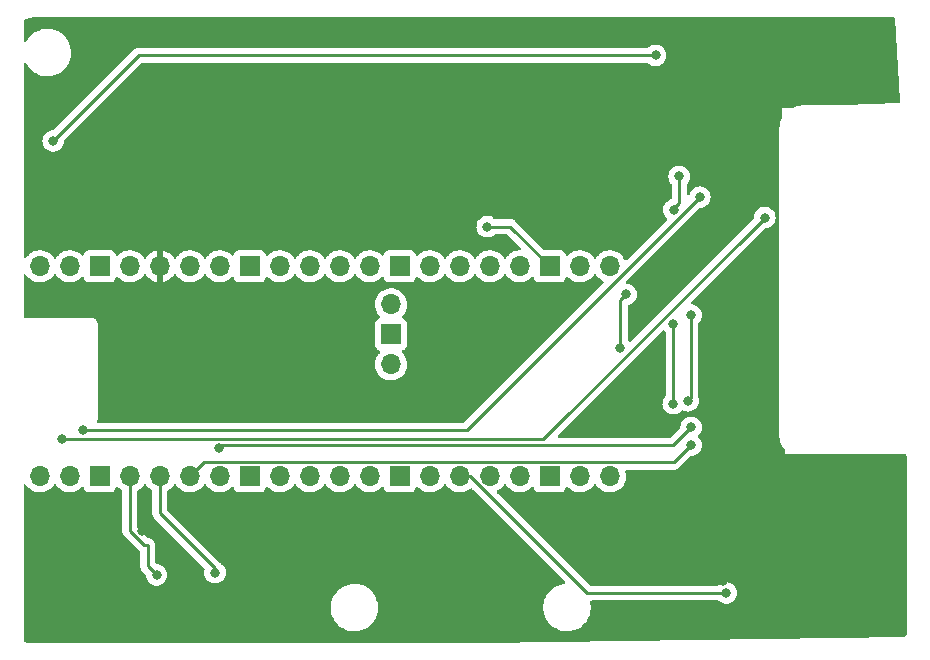
<source format=gbr>
%TF.GenerationSoftware,KiCad,Pcbnew,(6.0.10)*%
%TF.CreationDate,2023-02-15T00:38:02+01:00*%
%TF.ProjectId,Axe_lin_aire,4178655f-6c69-46ee-9961-6972652e6b69,rev?*%
%TF.SameCoordinates,Original*%
%TF.FileFunction,Copper,L2,Bot*%
%TF.FilePolarity,Positive*%
%FSLAX46Y46*%
G04 Gerber Fmt 4.6, Leading zero omitted, Abs format (unit mm)*
G04 Created by KiCad (PCBNEW (6.0.10)) date 2023-02-15 00:38:02*
%MOMM*%
%LPD*%
G01*
G04 APERTURE LIST*
%TA.AperFunction,ComponentPad*%
%ADD10O,1.700000X1.700000*%
%TD*%
%TA.AperFunction,ComponentPad*%
%ADD11R,1.700000X1.700000*%
%TD*%
%TA.AperFunction,ViaPad*%
%ADD12C,0.800000*%
%TD*%
%TA.AperFunction,Conductor*%
%ADD13C,0.250000*%
%TD*%
G04 APERTURE END LIST*
D10*
%TO.P,U1,1,GPIO0*%
%TO.N,UART_TX*%
X101870000Y-96390000D03*
%TO.P,U1,2,GPIO1*%
%TO.N,UART_RX*%
X104410000Y-96390000D03*
D11*
%TO.P,U1,3,GND*%
%TO.N,GND*%
X106950000Y-96390000D03*
D10*
%TO.P,U1,4,GPIO2*%
%TO.N,INT1_Bas*%
X109490000Y-96390000D03*
%TO.P,U1,5,GPIO3*%
%TO.N,INT2_Bas*%
X112030000Y-96390000D03*
%TO.P,U1,6,GPIO4*%
%TO.N,SDA*%
X114570000Y-96390000D03*
%TO.P,U1,7,GPIO5*%
%TO.N,SCL*%
X117110000Y-96390000D03*
D11*
%TO.P,U1,8,GND*%
%TO.N,GND*%
X119650000Y-96390000D03*
D10*
%TO.P,U1,9,GPIO6*%
%TO.N,unconnected-(U1-Pad9)*%
X122190000Y-96390000D03*
%TO.P,U1,10,GPIO7*%
%TO.N,unconnected-(U1-Pad10)*%
X124730000Y-96390000D03*
%TO.P,U1,11,GPIO8*%
%TO.N,unconnected-(U1-Pad11)*%
X127270000Y-96390000D03*
%TO.P,U1,12,GPIO9*%
%TO.N,unconnected-(U1-Pad12)*%
X129810000Y-96390000D03*
D11*
%TO.P,U1,13,GND*%
%TO.N,GND*%
X132350000Y-96390000D03*
D10*
%TO.P,U1,14,GPIO10*%
%TO.N,Net-(R8-Pad2)*%
X134890000Y-96390000D03*
%TO.P,U1,15,GPIO11*%
%TO.N,Emitter1*%
X137430000Y-96390000D03*
%TO.P,U1,16,GPIO12*%
%TO.N,Emitter2*%
X139970000Y-96390000D03*
%TO.P,U1,17,GPIO13*%
%TO.N,Motor_A*%
X142510000Y-96390000D03*
D11*
%TO.P,U1,18,GND*%
%TO.N,GND*%
X145050000Y-96390000D03*
D10*
%TO.P,U1,19,GPIO14*%
%TO.N,Motor_B*%
X147590000Y-96390000D03*
%TO.P,U1,20,GPIO15*%
%TO.N,Motor_EN*%
X150130000Y-96390000D03*
%TO.P,U1,21,GPIO16*%
%TO.N,SD_DO*%
X150130000Y-78610000D03*
%TO.P,U1,22,GPIO17*%
%TO.N,SD_CS*%
X147590000Y-78610000D03*
D11*
%TO.P,U1,23,GND*%
%TO.N,GND*%
X145050000Y-78610000D03*
D10*
%TO.P,U1,24,GPIO18*%
%TO.N,SD_CLK*%
X142510000Y-78610000D03*
%TO.P,U1,25,GPIO19*%
%TO.N,SD_DI*%
X139970000Y-78610000D03*
%TO.P,U1,26,GPIO20*%
%TO.N,SD_CD*%
X137430000Y-78610000D03*
%TO.P,U1,27,GPIO21*%
%TO.N,unconnected-(U1-Pad27)*%
X134890000Y-78610000D03*
D11*
%TO.P,U1,28,GND*%
%TO.N,GND*%
X132350000Y-78610000D03*
D10*
%TO.P,U1,29,GPIO22*%
%TO.N,unconnected-(U1-Pad29)*%
X129810000Y-78610000D03*
%TO.P,U1,30,RUN*%
%TO.N,Net-(SW1-Pad1)*%
X127270000Y-78610000D03*
%TO.P,U1,31,GPIO26_ADC0*%
%TO.N,unconnected-(U1-Pad31)*%
X124730000Y-78610000D03*
%TO.P,U1,32,GPIO27_ADC1*%
%TO.N,unconnected-(U1-Pad32)*%
X122190000Y-78610000D03*
D11*
%TO.P,U1,33,AGND*%
%TO.N,GND*%
X119650000Y-78610000D03*
D10*
%TO.P,U1,34,GPIO28_ADC2*%
%TO.N,unconnected-(U1-Pad34)*%
X117110000Y-78610000D03*
%TO.P,U1,35,ADC_VREF*%
%TO.N,unconnected-(U1-Pad35)*%
X114570000Y-78610000D03*
%TO.P,U1,36,3V3*%
%TO.N,+3.3V*%
X112030000Y-78610000D03*
%TO.P,U1,37,3V3_EN*%
%TO.N,unconnected-(U1-Pad37)*%
X109490000Y-78610000D03*
D11*
%TO.P,U1,38,GND*%
%TO.N,GND*%
X106950000Y-78610000D03*
D10*
%TO.P,U1,39,VSYS*%
%TO.N,+5V*%
X104410000Y-78610000D03*
%TO.P,U1,40,VBUS*%
%TO.N,Net-(Q1-Pad1)*%
X101870000Y-78610000D03*
%TO.P,U1,41,SWCLK*%
%TO.N,unconnected-(U1-Pad41)*%
X131600000Y-86915900D03*
D11*
%TO.P,U1,42,GND*%
%TO.N,GND*%
X131600000Y-84375900D03*
D10*
%TO.P,U1,43,SWDIO*%
%TO.N,unconnected-(U1-Pad43)*%
X131600000Y-81835900D03*
%TD*%
D12*
%TO.N,+3.3V*%
X117500000Y-106250000D03*
X159750000Y-105250000D03*
X167750000Y-104250000D03*
X118500000Y-101000000D03*
X154250000Y-71500000D03*
X111250000Y-108500000D03*
X163750000Y-87750000D03*
X110500000Y-101000000D03*
X159750000Y-87000000D03*
X112250000Y-80750000D03*
X135750000Y-71250000D03*
X162750000Y-109500000D03*
%TO.N,GND*%
X139750000Y-75250000D03*
%TO.N,VDC*%
X103000000Y-68000000D03*
X154000000Y-60750000D03*
%TO.N,UART_TX*%
X163250000Y-74500000D03*
X103750000Y-93250000D03*
%TO.N,UART_RX*%
X157750000Y-72750000D03*
X105500000Y-92500000D03*
%TO.N,Motor_B*%
X157000000Y-82750000D03*
X156750000Y-90000000D03*
%TO.N,Motor_A*%
X151500000Y-81000000D03*
X151000000Y-85500000D03*
%TO.N,Motor_EN*%
X155500000Y-83500000D03*
X155500000Y-90250000D03*
X155562299Y-73812299D03*
X156000000Y-71000000D03*
%TO.N,SDA*%
X157011799Y-93750000D03*
%TO.N,SCL*%
X117000000Y-94000000D03*
X157011799Y-92250000D03*
%TO.N,INT1_Bas*%
X111750000Y-104750000D03*
%TO.N,INT2_Bas*%
X116700201Y-104549799D03*
%TO.N,Emitter1*%
X160000000Y-106275500D03*
%TD*%
D13*
%TO.N,GND*%
X145050000Y-78610000D02*
X141690000Y-75250000D01*
X141690000Y-75250000D02*
X139750000Y-75250000D01*
%TO.N,VDC*%
X110250000Y-60750000D02*
X154000000Y-60750000D01*
X103000000Y-68000000D02*
X110250000Y-60750000D01*
%TO.N,UART_TX*%
X103750000Y-93250000D02*
X144500000Y-93250000D01*
X144500000Y-93250000D02*
X163250000Y-74500000D01*
%TO.N,UART_RX*%
X105500000Y-92500000D02*
X138000000Y-92500000D01*
X138000000Y-92500000D02*
X157750000Y-72750000D01*
%TO.N,Motor_B*%
X157000000Y-82750000D02*
X157000000Y-89750000D01*
X157000000Y-89750000D02*
X156750000Y-90000000D01*
%TO.N,Motor_A*%
X151000000Y-81500000D02*
X151000000Y-85500000D01*
X151500000Y-81000000D02*
X151000000Y-81500000D01*
%TO.N,Motor_EN*%
X155750000Y-73500000D02*
X155562299Y-73687701D01*
X155500000Y-83500000D02*
X155500000Y-90250000D01*
X156000000Y-71000000D02*
X156000000Y-73250000D01*
X155562299Y-73687701D02*
X155562299Y-73812299D01*
X156000000Y-73250000D02*
X155750000Y-73500000D01*
%TO.N,SDA*%
X115745000Y-95215000D02*
X114570000Y-96390000D01*
X155546799Y-95215000D02*
X115745000Y-95215000D01*
X157011799Y-93750000D02*
X155546799Y-95215000D01*
%TO.N,SCL*%
X117250000Y-93750000D02*
X117000000Y-94000000D01*
X157011799Y-92250000D02*
X155511799Y-93750000D01*
X155511799Y-93750000D02*
X117250000Y-93750000D01*
%TO.N,INT1_Bas*%
X111750000Y-104750000D02*
X111000000Y-104000000D01*
X111000000Y-104000000D02*
X111000000Y-102250000D01*
X109490000Y-101015305D02*
X109490000Y-96390000D01*
X111000000Y-102250000D02*
X110724695Y-102250000D01*
X110724695Y-102250000D02*
X109490000Y-101015305D01*
%TO.N,INT2_Bas*%
X116700201Y-104200201D02*
X112030000Y-99530000D01*
X112030000Y-99530000D02*
X112030000Y-96390000D01*
X116700201Y-104549799D02*
X116700201Y-104200201D01*
%TO.N,Emitter1*%
X160000000Y-106275500D02*
X148193799Y-106275500D01*
X138308299Y-96390000D02*
X137430000Y-96390000D01*
X148193799Y-106275500D02*
X138308299Y-96390000D01*
%TD*%
%TA.AperFunction,Conductor*%
%TO.N,+3.3V*%
G36*
X174217474Y-57528502D02*
G01*
X174263967Y-57582158D01*
X174275074Y-57626119D01*
X174741478Y-64622174D01*
X174726052Y-64691474D01*
X174675607Y-64741433D01*
X174622051Y-64756397D01*
X169984313Y-64988283D01*
X169923113Y-64991343D01*
X169916821Y-64991500D01*
X166553250Y-64991500D01*
X166532345Y-64989754D01*
X166517344Y-64987230D01*
X166517341Y-64987230D01*
X166512552Y-64986424D01*
X166506237Y-64986347D01*
X166504858Y-64986330D01*
X166504855Y-64986330D01*
X166500000Y-64986271D01*
X166492946Y-64987282D01*
X166483335Y-64988283D01*
X166434248Y-64991500D01*
X166241391Y-65004140D01*
X166241387Y-65004141D01*
X166237276Y-65004410D01*
X166233236Y-65005214D01*
X166233233Y-65005214D01*
X165983091Y-65054970D01*
X165983085Y-65054972D01*
X165979046Y-65055775D01*
X165975142Y-65057100D01*
X165975139Y-65057101D01*
X165733637Y-65139080D01*
X165729731Y-65140406D01*
X165656392Y-65176573D01*
X165616360Y-65196314D01*
X165566924Y-65209151D01*
X164768038Y-65249095D01*
X164768037Y-65249095D01*
X164749944Y-65250000D01*
X164749777Y-65261495D01*
X164749777Y-65261497D01*
X164739046Y-66002128D01*
X164726065Y-66056031D01*
X164640406Y-66229731D01*
X164555775Y-66479046D01*
X164554972Y-66483085D01*
X164554970Y-66483091D01*
X164505214Y-66733233D01*
X164504410Y-66737276D01*
X164504141Y-66741387D01*
X164504140Y-66741391D01*
X164488908Y-66973785D01*
X164487691Y-66984808D01*
X164487690Y-66984852D01*
X164486309Y-66993724D01*
X164487473Y-67002626D01*
X164487473Y-67002628D01*
X164490436Y-67025283D01*
X164491500Y-67041621D01*
X164491500Y-92950633D01*
X164490000Y-92970018D01*
X164487690Y-92984851D01*
X164487690Y-92984855D01*
X164486309Y-92993724D01*
X164487474Y-93002628D01*
X164487792Y-93005062D01*
X164488535Y-93012406D01*
X164503041Y-93215230D01*
X164503997Y-93219624D01*
X164538546Y-93378444D01*
X164548908Y-93426079D01*
X164550480Y-93430294D01*
X164550481Y-93430297D01*
X164571415Y-93486424D01*
X164624315Y-93628254D01*
X164727728Y-93817640D01*
X164857040Y-93990381D01*
X164949302Y-94082643D01*
X164983328Y-94144955D01*
X164986098Y-94166489D01*
X165000000Y-94500000D01*
X165703132Y-94482850D01*
X165732979Y-94485693D01*
X165769650Y-94493670D01*
X165780370Y-94496002D01*
X165780372Y-94496002D01*
X165784770Y-94496959D01*
X165959535Y-94509459D01*
X165971446Y-94510884D01*
X165982648Y-94512769D01*
X165982655Y-94512770D01*
X165987448Y-94513576D01*
X165993724Y-94513653D01*
X165995140Y-94513670D01*
X165995143Y-94513670D01*
X166000000Y-94513729D01*
X166027624Y-94509773D01*
X166045486Y-94508500D01*
X174950633Y-94508500D01*
X174970018Y-94510000D01*
X174984852Y-94512310D01*
X174984855Y-94512310D01*
X174993724Y-94513691D01*
X175002626Y-94512527D01*
X175002750Y-94512511D01*
X175033192Y-94512240D01*
X175053870Y-94514570D01*
X175095264Y-94519234D01*
X175122770Y-94525512D01*
X175165615Y-94540504D01*
X175223306Y-94581881D01*
X175249469Y-94647880D01*
X175250000Y-94659433D01*
X175250000Y-109770747D01*
X175229998Y-109838868D01*
X175224868Y-109846256D01*
X175145526Y-109952245D01*
X175088691Y-109994792D01*
X175046346Y-110002724D01*
X139597089Y-110476962D01*
X138511195Y-110491489D01*
X138509510Y-110491500D01*
X101049367Y-110491500D01*
X101029982Y-110490000D01*
X101015149Y-110487690D01*
X101015145Y-110487690D01*
X101006276Y-110486309D01*
X100991019Y-110488304D01*
X100965698Y-110489047D01*
X100796715Y-110476961D01*
X100778936Y-110474404D01*
X100599215Y-110435308D01*
X100536904Y-110401284D01*
X100502879Y-110338972D01*
X100500000Y-110312189D01*
X100500000Y-107429733D01*
X126487822Y-107429733D01*
X126497625Y-107710458D01*
X126498387Y-107714781D01*
X126498388Y-107714788D01*
X126522164Y-107849624D01*
X126546402Y-107987087D01*
X126633203Y-108254235D01*
X126756340Y-108506702D01*
X126758795Y-108510341D01*
X126758798Y-108510347D01*
X126774515Y-108533648D01*
X126913415Y-108739576D01*
X127101371Y-108948322D01*
X127316550Y-109128879D01*
X127554764Y-109277731D01*
X127811375Y-109391982D01*
X128081390Y-109469407D01*
X128085740Y-109470018D01*
X128085743Y-109470019D01*
X128188690Y-109484487D01*
X128359552Y-109508500D01*
X128570146Y-109508500D01*
X128572332Y-109508347D01*
X128572336Y-109508347D01*
X128775827Y-109494118D01*
X128775832Y-109494117D01*
X128780212Y-109493811D01*
X129054970Y-109435409D01*
X129059099Y-109433906D01*
X129059103Y-109433905D01*
X129314781Y-109340846D01*
X129314785Y-109340844D01*
X129318926Y-109339337D01*
X129566942Y-109207464D01*
X129671896Y-109131211D01*
X129790629Y-109044947D01*
X129790632Y-109044944D01*
X129794192Y-109042358D01*
X129815683Y-109021605D01*
X129993087Y-108850287D01*
X129996252Y-108847231D01*
X130169188Y-108625882D01*
X130171384Y-108622078D01*
X130171389Y-108622071D01*
X130307435Y-108386431D01*
X130309636Y-108382619D01*
X130414862Y-108122176D01*
X130448544Y-107987087D01*
X130481753Y-107853893D01*
X130481754Y-107853888D01*
X130482817Y-107849624D01*
X130512178Y-107570267D01*
X130502375Y-107289542D01*
X130501612Y-107285210D01*
X130463541Y-107069303D01*
X130453598Y-107012913D01*
X130366797Y-106745765D01*
X130321445Y-106652779D01*
X130302320Y-106613569D01*
X130243660Y-106493298D01*
X130241205Y-106489659D01*
X130241202Y-106489653D01*
X130160935Y-106370653D01*
X130086585Y-106260424D01*
X129898629Y-106051678D01*
X129683450Y-105871121D01*
X129445236Y-105722269D01*
X129254957Y-105637551D01*
X129192639Y-105609805D01*
X129192637Y-105609804D01*
X129188625Y-105608018D01*
X128918610Y-105530593D01*
X128914260Y-105529982D01*
X128914257Y-105529981D01*
X128811310Y-105515513D01*
X128640448Y-105491500D01*
X128429854Y-105491500D01*
X128427668Y-105491653D01*
X128427664Y-105491653D01*
X128224173Y-105505882D01*
X128224168Y-105505883D01*
X128219788Y-105506189D01*
X127945030Y-105564591D01*
X127940901Y-105566094D01*
X127940897Y-105566095D01*
X127685219Y-105659154D01*
X127685215Y-105659156D01*
X127681074Y-105660663D01*
X127433058Y-105792536D01*
X127429499Y-105795122D01*
X127429497Y-105795123D01*
X127271067Y-105910229D01*
X127205808Y-105957642D01*
X127003748Y-106152769D01*
X126830812Y-106374118D01*
X126828616Y-106377922D01*
X126828611Y-106377929D01*
X126714794Y-106575067D01*
X126690364Y-106617381D01*
X126585138Y-106877824D01*
X126584073Y-106882097D01*
X126584072Y-106882099D01*
X126519369Y-107141609D01*
X126517183Y-107150376D01*
X126516724Y-107154744D01*
X126516723Y-107154749D01*
X126503011Y-107285212D01*
X126487822Y-107429733D01*
X100500000Y-107429733D01*
X100500000Y-97201272D01*
X100520002Y-97133151D01*
X100573658Y-97086658D01*
X100643932Y-97076554D01*
X100708512Y-97106048D01*
X100733433Y-97135437D01*
X100767291Y-97190688D01*
X100769987Y-97195088D01*
X100916250Y-97363938D01*
X101088126Y-97506632D01*
X101281000Y-97619338D01*
X101489692Y-97699030D01*
X101494760Y-97700061D01*
X101494763Y-97700062D01*
X101590634Y-97719567D01*
X101708597Y-97743567D01*
X101713772Y-97743757D01*
X101713774Y-97743757D01*
X101926673Y-97751564D01*
X101926677Y-97751564D01*
X101931837Y-97751753D01*
X101936957Y-97751097D01*
X101936959Y-97751097D01*
X102148288Y-97724025D01*
X102148289Y-97724025D01*
X102153416Y-97723368D01*
X102158366Y-97721883D01*
X102362429Y-97660661D01*
X102362434Y-97660659D01*
X102367384Y-97659174D01*
X102567994Y-97560896D01*
X102749860Y-97431173D01*
X102908096Y-97273489D01*
X102967594Y-97190689D01*
X103038453Y-97092077D01*
X103039776Y-97093028D01*
X103086645Y-97049857D01*
X103156580Y-97037625D01*
X103222026Y-97065144D01*
X103249875Y-97096994D01*
X103309987Y-97195088D01*
X103456250Y-97363938D01*
X103628126Y-97506632D01*
X103821000Y-97619338D01*
X104029692Y-97699030D01*
X104034760Y-97700061D01*
X104034763Y-97700062D01*
X104130634Y-97719567D01*
X104248597Y-97743567D01*
X104253772Y-97743757D01*
X104253774Y-97743757D01*
X104466673Y-97751564D01*
X104466677Y-97751564D01*
X104471837Y-97751753D01*
X104476957Y-97751097D01*
X104476959Y-97751097D01*
X104688288Y-97724025D01*
X104688289Y-97724025D01*
X104693416Y-97723368D01*
X104698366Y-97721883D01*
X104902429Y-97660661D01*
X104902434Y-97660659D01*
X104907384Y-97659174D01*
X105107994Y-97560896D01*
X105289860Y-97431173D01*
X105398091Y-97323319D01*
X105460462Y-97289404D01*
X105531268Y-97294592D01*
X105588030Y-97337238D01*
X105605012Y-97368341D01*
X105620634Y-97410011D01*
X105649385Y-97486705D01*
X105736739Y-97603261D01*
X105853295Y-97690615D01*
X105989684Y-97741745D01*
X106051866Y-97748500D01*
X107848134Y-97748500D01*
X107910316Y-97741745D01*
X108046705Y-97690615D01*
X108163261Y-97603261D01*
X108250615Y-97486705D01*
X108273112Y-97426694D01*
X108294598Y-97369382D01*
X108337240Y-97312618D01*
X108403802Y-97287918D01*
X108473150Y-97303126D01*
X108507817Y-97331114D01*
X108536250Y-97363938D01*
X108708126Y-97506632D01*
X108712593Y-97509242D01*
X108794070Y-97556853D01*
X108842794Y-97608491D01*
X108856500Y-97665641D01*
X108856500Y-100936538D01*
X108855973Y-100947721D01*
X108854298Y-100955214D01*
X108854547Y-100963140D01*
X108854547Y-100963141D01*
X108856438Y-101023291D01*
X108856500Y-101027250D01*
X108856500Y-101055161D01*
X108856997Y-101059095D01*
X108856997Y-101059096D01*
X108857005Y-101059161D01*
X108857938Y-101070998D01*
X108859327Y-101115194D01*
X108864978Y-101134644D01*
X108868987Y-101154005D01*
X108871526Y-101174102D01*
X108874445Y-101181473D01*
X108874445Y-101181475D01*
X108887804Y-101215217D01*
X108891649Y-101226447D01*
X108903982Y-101268898D01*
X108908015Y-101275717D01*
X108908017Y-101275722D01*
X108914293Y-101286333D01*
X108922988Y-101304081D01*
X108930448Y-101322922D01*
X108935110Y-101329338D01*
X108935110Y-101329339D01*
X108956436Y-101358692D01*
X108962952Y-101368612D01*
X108985458Y-101406667D01*
X108999779Y-101420988D01*
X109012619Y-101436021D01*
X109024528Y-101452412D01*
X109030634Y-101457463D01*
X109058605Y-101480603D01*
X109067384Y-101488593D01*
X110221038Y-102642247D01*
X110228582Y-102650537D01*
X110232695Y-102657018D01*
X110238472Y-102662443D01*
X110282362Y-102703658D01*
X110285204Y-102706413D01*
X110304925Y-102726134D01*
X110308120Y-102728612D01*
X110317139Y-102736315D01*
X110326752Y-102745342D01*
X110362718Y-102806553D01*
X110366500Y-102837193D01*
X110366500Y-103921233D01*
X110365973Y-103932416D01*
X110364298Y-103939909D01*
X110364547Y-103947835D01*
X110364547Y-103947836D01*
X110366438Y-104007986D01*
X110366500Y-104011945D01*
X110366500Y-104039856D01*
X110366997Y-104043790D01*
X110366997Y-104043791D01*
X110367005Y-104043856D01*
X110367938Y-104055693D01*
X110369327Y-104099889D01*
X110374978Y-104119339D01*
X110378987Y-104138700D01*
X110381526Y-104158797D01*
X110384445Y-104166168D01*
X110384445Y-104166170D01*
X110397804Y-104199912D01*
X110401649Y-104211142D01*
X110413982Y-104253593D01*
X110418015Y-104260412D01*
X110418017Y-104260417D01*
X110424293Y-104271028D01*
X110432988Y-104288776D01*
X110440448Y-104307617D01*
X110445110Y-104314033D01*
X110445110Y-104314034D01*
X110466436Y-104343387D01*
X110472952Y-104353307D01*
X110484434Y-104372721D01*
X110495458Y-104391362D01*
X110509779Y-104405683D01*
X110522619Y-104420716D01*
X110534528Y-104437107D01*
X110540634Y-104442158D01*
X110568605Y-104465298D01*
X110577384Y-104473288D01*
X110802878Y-104698782D01*
X110836904Y-104761094D01*
X110839092Y-104774703D01*
X110856458Y-104939928D01*
X110915473Y-105121556D01*
X111010960Y-105286944D01*
X111015378Y-105291851D01*
X111015379Y-105291852D01*
X111134034Y-105423632D01*
X111138747Y-105428866D01*
X111179258Y-105458299D01*
X111278762Y-105530593D01*
X111293248Y-105541118D01*
X111299276Y-105543802D01*
X111299278Y-105543803D01*
X111447522Y-105609805D01*
X111467712Y-105618794D01*
X111555956Y-105637551D01*
X111648056Y-105657128D01*
X111648061Y-105657128D01*
X111654513Y-105658500D01*
X111845487Y-105658500D01*
X111851939Y-105657128D01*
X111851944Y-105657128D01*
X111944044Y-105637551D01*
X112032288Y-105618794D01*
X112052478Y-105609805D01*
X112200722Y-105543803D01*
X112200724Y-105543802D01*
X112206752Y-105541118D01*
X112221239Y-105530593D01*
X112320742Y-105458299D01*
X112361253Y-105428866D01*
X112365966Y-105423632D01*
X112484621Y-105291852D01*
X112484622Y-105291851D01*
X112489040Y-105286944D01*
X112584527Y-105121556D01*
X112643542Y-104939928D01*
X112663504Y-104750000D01*
X112643542Y-104560072D01*
X112584527Y-104378444D01*
X112489040Y-104213056D01*
X112482175Y-104205431D01*
X112365675Y-104076045D01*
X112365674Y-104076044D01*
X112361253Y-104071134D01*
X112206752Y-103958882D01*
X112200724Y-103956198D01*
X112200722Y-103956197D01*
X112038319Y-103883891D01*
X112038318Y-103883891D01*
X112032288Y-103881206D01*
X111938887Y-103861353D01*
X111851944Y-103842872D01*
X111851939Y-103842872D01*
X111845487Y-103841500D01*
X111789595Y-103841500D01*
X111721474Y-103821498D01*
X111700500Y-103804595D01*
X111670405Y-103774500D01*
X111636379Y-103712188D01*
X111633500Y-103685405D01*
X111633500Y-102321793D01*
X111635732Y-102298184D01*
X111635790Y-102297881D01*
X111635790Y-102297877D01*
X111637275Y-102290094D01*
X111633749Y-102234049D01*
X111633500Y-102226138D01*
X111633500Y-102210144D01*
X111631494Y-102194270D01*
X111630751Y-102186402D01*
X111627723Y-102138263D01*
X111627723Y-102138262D01*
X111627225Y-102130350D01*
X111624679Y-102122513D01*
X111619506Y-102099369D01*
X111619468Y-102099065D01*
X111619467Y-102099060D01*
X111618474Y-102091203D01*
X111615558Y-102083838D01*
X111615557Y-102083834D01*
X111597801Y-102038989D01*
X111595129Y-102031570D01*
X111577764Y-101978125D01*
X111573514Y-101971428D01*
X111573350Y-101971169D01*
X111562585Y-101950042D01*
X111562471Y-101949754D01*
X111562468Y-101949749D01*
X111559552Y-101942383D01*
X111554896Y-101935975D01*
X111554893Y-101935969D01*
X111526542Y-101896948D01*
X111522092Y-101890401D01*
X111492000Y-101842982D01*
X111485993Y-101837341D01*
X111470312Y-101819554D01*
X111470134Y-101819309D01*
X111470132Y-101819307D01*
X111465472Y-101812893D01*
X111459362Y-101807838D01*
X111422204Y-101777097D01*
X111416270Y-101771866D01*
X111381102Y-101738842D01*
X111381099Y-101738840D01*
X111375321Y-101733414D01*
X111368097Y-101729442D01*
X111348494Y-101716119D01*
X111348254Y-101715920D01*
X111348247Y-101715916D01*
X111342144Y-101710867D01*
X111291324Y-101686953D01*
X111284292Y-101683371D01*
X111235060Y-101656305D01*
X111227385Y-101654335D01*
X111227379Y-101654332D01*
X111227081Y-101654256D01*
X111204772Y-101646224D01*
X111204497Y-101646094D01*
X111204489Y-101646091D01*
X111197318Y-101642717D01*
X111142151Y-101632194D01*
X111134442Y-101630471D01*
X111100449Y-101621743D01*
X111087707Y-101618471D01*
X111087706Y-101618471D01*
X111080030Y-101616500D01*
X111071793Y-101616500D01*
X111048184Y-101614268D01*
X111047882Y-101614210D01*
X111047877Y-101614210D01*
X111040094Y-101612725D01*
X111032185Y-101613223D01*
X111028091Y-101612965D01*
X110961361Y-101588725D01*
X110946909Y-101576309D01*
X110160405Y-100789805D01*
X110126379Y-100727493D01*
X110123500Y-100700710D01*
X110123500Y-97670427D01*
X110143502Y-97602306D01*
X110184618Y-97562550D01*
X110187994Y-97560896D01*
X110369860Y-97431173D01*
X110528096Y-97273489D01*
X110587594Y-97190689D01*
X110658453Y-97092077D01*
X110659776Y-97093028D01*
X110706645Y-97049857D01*
X110776580Y-97037625D01*
X110842026Y-97065144D01*
X110869875Y-97096994D01*
X110929987Y-97195088D01*
X111076250Y-97363938D01*
X111248126Y-97506632D01*
X111252593Y-97509242D01*
X111334070Y-97556853D01*
X111382794Y-97608491D01*
X111396500Y-97665641D01*
X111396500Y-99451233D01*
X111395973Y-99462416D01*
X111394298Y-99469909D01*
X111394547Y-99477835D01*
X111394547Y-99477836D01*
X111396438Y-99537986D01*
X111396500Y-99541945D01*
X111396500Y-99569856D01*
X111396997Y-99573790D01*
X111396997Y-99573791D01*
X111397005Y-99573856D01*
X111397938Y-99585693D01*
X111399327Y-99629889D01*
X111404978Y-99649339D01*
X111408987Y-99668700D01*
X111411526Y-99688797D01*
X111414445Y-99696168D01*
X111414445Y-99696170D01*
X111427804Y-99729912D01*
X111431649Y-99741142D01*
X111443982Y-99783593D01*
X111448015Y-99790412D01*
X111448017Y-99790417D01*
X111454293Y-99801028D01*
X111462988Y-99818776D01*
X111470448Y-99837617D01*
X111475110Y-99844033D01*
X111475110Y-99844034D01*
X111496436Y-99873387D01*
X111502952Y-99883307D01*
X111525458Y-99921362D01*
X111539779Y-99935683D01*
X111552619Y-99950716D01*
X111564528Y-99967107D01*
X111570634Y-99972158D01*
X111598605Y-99995298D01*
X111607384Y-100003288D01*
X115790639Y-104186543D01*
X115824665Y-104248855D01*
X115821377Y-104314574D01*
X115806659Y-104359871D01*
X115805969Y-104366432D01*
X115805969Y-104366434D01*
X115787387Y-104543234D01*
X115786697Y-104549799D01*
X115787387Y-104556364D01*
X115802356Y-104698782D01*
X115806659Y-104739727D01*
X115865674Y-104921355D01*
X115961161Y-105086743D01*
X116088948Y-105228665D01*
X116243449Y-105340917D01*
X116249477Y-105343601D01*
X116249479Y-105343602D01*
X116411882Y-105415908D01*
X116417913Y-105418593D01*
X116511314Y-105438446D01*
X116598257Y-105456927D01*
X116598262Y-105456927D01*
X116604714Y-105458299D01*
X116795688Y-105458299D01*
X116802140Y-105456927D01*
X116802145Y-105456927D01*
X116889089Y-105438446D01*
X116982489Y-105418593D01*
X116988520Y-105415908D01*
X117150923Y-105343602D01*
X117150925Y-105343601D01*
X117156953Y-105340917D01*
X117311454Y-105228665D01*
X117439241Y-105086743D01*
X117534728Y-104921355D01*
X117593743Y-104739727D01*
X117598047Y-104698782D01*
X117613015Y-104556364D01*
X117613705Y-104549799D01*
X117613015Y-104543234D01*
X117594433Y-104366434D01*
X117594433Y-104366432D01*
X117593743Y-104359871D01*
X117534728Y-104178243D01*
X117439241Y-104012855D01*
X117323122Y-103883891D01*
X117315876Y-103875844D01*
X117315875Y-103875843D01*
X117311454Y-103870933D01*
X117220148Y-103804595D01*
X117176704Y-103773031D01*
X117166101Y-103763683D01*
X117165673Y-103763094D01*
X117131596Y-103734903D01*
X117122817Y-103726913D01*
X112700405Y-99304500D01*
X112666379Y-99242188D01*
X112663500Y-99215405D01*
X112663500Y-97670427D01*
X112683502Y-97602306D01*
X112724618Y-97562550D01*
X112727994Y-97560896D01*
X112909860Y-97431173D01*
X113068096Y-97273489D01*
X113127594Y-97190689D01*
X113198453Y-97092077D01*
X113199776Y-97093028D01*
X113246645Y-97049857D01*
X113316580Y-97037625D01*
X113382026Y-97065144D01*
X113409875Y-97096994D01*
X113469987Y-97195088D01*
X113616250Y-97363938D01*
X113788126Y-97506632D01*
X113981000Y-97619338D01*
X114189692Y-97699030D01*
X114194760Y-97700061D01*
X114194763Y-97700062D01*
X114290634Y-97719567D01*
X114408597Y-97743567D01*
X114413772Y-97743757D01*
X114413774Y-97743757D01*
X114626673Y-97751564D01*
X114626677Y-97751564D01*
X114631837Y-97751753D01*
X114636957Y-97751097D01*
X114636959Y-97751097D01*
X114848288Y-97724025D01*
X114848289Y-97724025D01*
X114853416Y-97723368D01*
X114858366Y-97721883D01*
X115062429Y-97660661D01*
X115062434Y-97660659D01*
X115067384Y-97659174D01*
X115267994Y-97560896D01*
X115449860Y-97431173D01*
X115608096Y-97273489D01*
X115667594Y-97190689D01*
X115738453Y-97092077D01*
X115739776Y-97093028D01*
X115786645Y-97049857D01*
X115856580Y-97037625D01*
X115922026Y-97065144D01*
X115949875Y-97096994D01*
X116009987Y-97195088D01*
X116156250Y-97363938D01*
X116328126Y-97506632D01*
X116521000Y-97619338D01*
X116729692Y-97699030D01*
X116734760Y-97700061D01*
X116734763Y-97700062D01*
X116830634Y-97719567D01*
X116948597Y-97743567D01*
X116953772Y-97743757D01*
X116953774Y-97743757D01*
X117166673Y-97751564D01*
X117166677Y-97751564D01*
X117171837Y-97751753D01*
X117176957Y-97751097D01*
X117176959Y-97751097D01*
X117388288Y-97724025D01*
X117388289Y-97724025D01*
X117393416Y-97723368D01*
X117398366Y-97721883D01*
X117602429Y-97660661D01*
X117602434Y-97660659D01*
X117607384Y-97659174D01*
X117807994Y-97560896D01*
X117989860Y-97431173D01*
X118098091Y-97323319D01*
X118160462Y-97289404D01*
X118231268Y-97294592D01*
X118288030Y-97337238D01*
X118305012Y-97368341D01*
X118320634Y-97410011D01*
X118349385Y-97486705D01*
X118436739Y-97603261D01*
X118553295Y-97690615D01*
X118689684Y-97741745D01*
X118751866Y-97748500D01*
X120548134Y-97748500D01*
X120610316Y-97741745D01*
X120746705Y-97690615D01*
X120863261Y-97603261D01*
X120950615Y-97486705D01*
X120973112Y-97426694D01*
X120994598Y-97369382D01*
X121037240Y-97312618D01*
X121103802Y-97287918D01*
X121173150Y-97303126D01*
X121207817Y-97331114D01*
X121236250Y-97363938D01*
X121408126Y-97506632D01*
X121601000Y-97619338D01*
X121809692Y-97699030D01*
X121814760Y-97700061D01*
X121814763Y-97700062D01*
X121910634Y-97719567D01*
X122028597Y-97743567D01*
X122033772Y-97743757D01*
X122033774Y-97743757D01*
X122246673Y-97751564D01*
X122246677Y-97751564D01*
X122251837Y-97751753D01*
X122256957Y-97751097D01*
X122256959Y-97751097D01*
X122468288Y-97724025D01*
X122468289Y-97724025D01*
X122473416Y-97723368D01*
X122478366Y-97721883D01*
X122682429Y-97660661D01*
X122682434Y-97660659D01*
X122687384Y-97659174D01*
X122887994Y-97560896D01*
X123069860Y-97431173D01*
X123228096Y-97273489D01*
X123287594Y-97190689D01*
X123358453Y-97092077D01*
X123359776Y-97093028D01*
X123406645Y-97049857D01*
X123476580Y-97037625D01*
X123542026Y-97065144D01*
X123569875Y-97096994D01*
X123629987Y-97195088D01*
X123776250Y-97363938D01*
X123948126Y-97506632D01*
X124141000Y-97619338D01*
X124349692Y-97699030D01*
X124354760Y-97700061D01*
X124354763Y-97700062D01*
X124450634Y-97719567D01*
X124568597Y-97743567D01*
X124573772Y-97743757D01*
X124573774Y-97743757D01*
X124786673Y-97751564D01*
X124786677Y-97751564D01*
X124791837Y-97751753D01*
X124796957Y-97751097D01*
X124796959Y-97751097D01*
X125008288Y-97724025D01*
X125008289Y-97724025D01*
X125013416Y-97723368D01*
X125018366Y-97721883D01*
X125222429Y-97660661D01*
X125222434Y-97660659D01*
X125227384Y-97659174D01*
X125427994Y-97560896D01*
X125609860Y-97431173D01*
X125768096Y-97273489D01*
X125827594Y-97190689D01*
X125898453Y-97092077D01*
X125899776Y-97093028D01*
X125946645Y-97049857D01*
X126016580Y-97037625D01*
X126082026Y-97065144D01*
X126109875Y-97096994D01*
X126169987Y-97195088D01*
X126316250Y-97363938D01*
X126488126Y-97506632D01*
X126681000Y-97619338D01*
X126889692Y-97699030D01*
X126894760Y-97700061D01*
X126894763Y-97700062D01*
X126990634Y-97719567D01*
X127108597Y-97743567D01*
X127113772Y-97743757D01*
X127113774Y-97743757D01*
X127326673Y-97751564D01*
X127326677Y-97751564D01*
X127331837Y-97751753D01*
X127336957Y-97751097D01*
X127336959Y-97751097D01*
X127548288Y-97724025D01*
X127548289Y-97724025D01*
X127553416Y-97723368D01*
X127558366Y-97721883D01*
X127762429Y-97660661D01*
X127762434Y-97660659D01*
X127767384Y-97659174D01*
X127967994Y-97560896D01*
X128149860Y-97431173D01*
X128308096Y-97273489D01*
X128367594Y-97190689D01*
X128438453Y-97092077D01*
X128439776Y-97093028D01*
X128486645Y-97049857D01*
X128556580Y-97037625D01*
X128622026Y-97065144D01*
X128649875Y-97096994D01*
X128709987Y-97195088D01*
X128856250Y-97363938D01*
X129028126Y-97506632D01*
X129221000Y-97619338D01*
X129429692Y-97699030D01*
X129434760Y-97700061D01*
X129434763Y-97700062D01*
X129530634Y-97719567D01*
X129648597Y-97743567D01*
X129653772Y-97743757D01*
X129653774Y-97743757D01*
X129866673Y-97751564D01*
X129866677Y-97751564D01*
X129871837Y-97751753D01*
X129876957Y-97751097D01*
X129876959Y-97751097D01*
X130088288Y-97724025D01*
X130088289Y-97724025D01*
X130093416Y-97723368D01*
X130098366Y-97721883D01*
X130302429Y-97660661D01*
X130302434Y-97660659D01*
X130307384Y-97659174D01*
X130507994Y-97560896D01*
X130689860Y-97431173D01*
X130798091Y-97323319D01*
X130860462Y-97289404D01*
X130931268Y-97294592D01*
X130988030Y-97337238D01*
X131005012Y-97368341D01*
X131020634Y-97410011D01*
X131049385Y-97486705D01*
X131136739Y-97603261D01*
X131253295Y-97690615D01*
X131389684Y-97741745D01*
X131451866Y-97748500D01*
X133248134Y-97748500D01*
X133310316Y-97741745D01*
X133446705Y-97690615D01*
X133563261Y-97603261D01*
X133650615Y-97486705D01*
X133673112Y-97426694D01*
X133694598Y-97369382D01*
X133737240Y-97312618D01*
X133803802Y-97287918D01*
X133873150Y-97303126D01*
X133907817Y-97331114D01*
X133936250Y-97363938D01*
X134108126Y-97506632D01*
X134301000Y-97619338D01*
X134509692Y-97699030D01*
X134514760Y-97700061D01*
X134514763Y-97700062D01*
X134610634Y-97719567D01*
X134728597Y-97743567D01*
X134733772Y-97743757D01*
X134733774Y-97743757D01*
X134946673Y-97751564D01*
X134946677Y-97751564D01*
X134951837Y-97751753D01*
X134956957Y-97751097D01*
X134956959Y-97751097D01*
X135168288Y-97724025D01*
X135168289Y-97724025D01*
X135173416Y-97723368D01*
X135178366Y-97721883D01*
X135382429Y-97660661D01*
X135382434Y-97660659D01*
X135387384Y-97659174D01*
X135587994Y-97560896D01*
X135769860Y-97431173D01*
X135928096Y-97273489D01*
X135987594Y-97190689D01*
X136058453Y-97092077D01*
X136059776Y-97093028D01*
X136106645Y-97049857D01*
X136176580Y-97037625D01*
X136242026Y-97065144D01*
X136269875Y-97096994D01*
X136329987Y-97195088D01*
X136476250Y-97363938D01*
X136648126Y-97506632D01*
X136841000Y-97619338D01*
X137049692Y-97699030D01*
X137054760Y-97700061D01*
X137054763Y-97700062D01*
X137150634Y-97719567D01*
X137268597Y-97743567D01*
X137273772Y-97743757D01*
X137273774Y-97743757D01*
X137486673Y-97751564D01*
X137486677Y-97751564D01*
X137491837Y-97751753D01*
X137496957Y-97751097D01*
X137496959Y-97751097D01*
X137708288Y-97724025D01*
X137708289Y-97724025D01*
X137713416Y-97723368D01*
X137718366Y-97721883D01*
X137922429Y-97660661D01*
X137922434Y-97660659D01*
X137927384Y-97659174D01*
X138127994Y-97560896D01*
X138132199Y-97557896D01*
X138132205Y-97557893D01*
X138287996Y-97446768D01*
X138306901Y-97433284D01*
X138373973Y-97410011D01*
X138442982Y-97426694D01*
X138469163Y-97446768D01*
X146312900Y-105290505D01*
X146346926Y-105352817D01*
X146341861Y-105423632D01*
X146299314Y-105480468D01*
X146232599Y-105505293D01*
X146230020Y-105505474D01*
X146219788Y-105506189D01*
X145945030Y-105564591D01*
X145940901Y-105566094D01*
X145940897Y-105566095D01*
X145685219Y-105659154D01*
X145685215Y-105659156D01*
X145681074Y-105660663D01*
X145433058Y-105792536D01*
X145429499Y-105795122D01*
X145429497Y-105795123D01*
X145271067Y-105910229D01*
X145205808Y-105957642D01*
X145003748Y-106152769D01*
X144830812Y-106374118D01*
X144828616Y-106377922D01*
X144828611Y-106377929D01*
X144714794Y-106575067D01*
X144690364Y-106617381D01*
X144585138Y-106877824D01*
X144584073Y-106882097D01*
X144584072Y-106882099D01*
X144519369Y-107141609D01*
X144517183Y-107150376D01*
X144516724Y-107154744D01*
X144516723Y-107154749D01*
X144503011Y-107285212D01*
X144487822Y-107429733D01*
X144497625Y-107710458D01*
X144498387Y-107714781D01*
X144498388Y-107714788D01*
X144522164Y-107849624D01*
X144546402Y-107987087D01*
X144633203Y-108254235D01*
X144756340Y-108506702D01*
X144758795Y-108510341D01*
X144758798Y-108510347D01*
X144774515Y-108533648D01*
X144913415Y-108739576D01*
X145101371Y-108948322D01*
X145316550Y-109128879D01*
X145554764Y-109277731D01*
X145811375Y-109391982D01*
X146081390Y-109469407D01*
X146085740Y-109470018D01*
X146085743Y-109470019D01*
X146188690Y-109484487D01*
X146359552Y-109508500D01*
X146570146Y-109508500D01*
X146572332Y-109508347D01*
X146572336Y-109508347D01*
X146775827Y-109494118D01*
X146775832Y-109494117D01*
X146780212Y-109493811D01*
X147054970Y-109435409D01*
X147059099Y-109433906D01*
X147059103Y-109433905D01*
X147314781Y-109340846D01*
X147314785Y-109340844D01*
X147318926Y-109339337D01*
X147566942Y-109207464D01*
X147671896Y-109131211D01*
X147790629Y-109044947D01*
X147790632Y-109044944D01*
X147794192Y-109042358D01*
X147815683Y-109021605D01*
X147993087Y-108850287D01*
X147996252Y-108847231D01*
X148169188Y-108625882D01*
X148171384Y-108622078D01*
X148171389Y-108622071D01*
X148307435Y-108386431D01*
X148309636Y-108382619D01*
X148414862Y-108122176D01*
X148448544Y-107987087D01*
X148481753Y-107853893D01*
X148481754Y-107853888D01*
X148482817Y-107849624D01*
X148512178Y-107570267D01*
X148502375Y-107289542D01*
X148483523Y-107182628D01*
X148461351Y-107056879D01*
X148469220Y-106986320D01*
X148513988Y-106931217D01*
X148585437Y-106909000D01*
X159291800Y-106909000D01*
X159359921Y-106929002D01*
X159379147Y-106945343D01*
X159379420Y-106945040D01*
X159384332Y-106949463D01*
X159388747Y-106954366D01*
X159543248Y-107066618D01*
X159549276Y-107069302D01*
X159549278Y-107069303D01*
X159711681Y-107141609D01*
X159717712Y-107144294D01*
X159811112Y-107164147D01*
X159898056Y-107182628D01*
X159898061Y-107182628D01*
X159904513Y-107184000D01*
X160095487Y-107184000D01*
X160101939Y-107182628D01*
X160101944Y-107182628D01*
X160188888Y-107164147D01*
X160282288Y-107144294D01*
X160288319Y-107141609D01*
X160450722Y-107069303D01*
X160450724Y-107069302D01*
X160456752Y-107066618D01*
X160611253Y-106954366D01*
X160619650Y-106945040D01*
X160734621Y-106817352D01*
X160734622Y-106817351D01*
X160739040Y-106812444D01*
X160834527Y-106647056D01*
X160893542Y-106465428D01*
X160902739Y-106377929D01*
X160912814Y-106282065D01*
X160913504Y-106275500D01*
X160900605Y-106152769D01*
X160894232Y-106092135D01*
X160894232Y-106092133D01*
X160893542Y-106085572D01*
X160834527Y-105903944D01*
X160739040Y-105738556D01*
X160726471Y-105724596D01*
X160615675Y-105601545D01*
X160615674Y-105601544D01*
X160611253Y-105596634D01*
X160486767Y-105506189D01*
X160462094Y-105488263D01*
X160462093Y-105488262D01*
X160456752Y-105484382D01*
X160450724Y-105481698D01*
X160450722Y-105481697D01*
X160288319Y-105409391D01*
X160288318Y-105409391D01*
X160282288Y-105406706D01*
X160188887Y-105386853D01*
X160101944Y-105368372D01*
X160101939Y-105368372D01*
X160095487Y-105367000D01*
X159904513Y-105367000D01*
X159898061Y-105368372D01*
X159898056Y-105368372D01*
X159811113Y-105386853D01*
X159717712Y-105406706D01*
X159711682Y-105409391D01*
X159711681Y-105409391D01*
X159549278Y-105481697D01*
X159549276Y-105481698D01*
X159543248Y-105484382D01*
X159537907Y-105488262D01*
X159537906Y-105488263D01*
X159465158Y-105541118D01*
X159388747Y-105596634D01*
X159384332Y-105601537D01*
X159379420Y-105605960D01*
X159378295Y-105604711D01*
X159324986Y-105637551D01*
X159291800Y-105642000D01*
X148508394Y-105642000D01*
X148440273Y-105621998D01*
X148419299Y-105605095D01*
X140596083Y-97781879D01*
X140562057Y-97719567D01*
X140567122Y-97648752D01*
X140609669Y-97591916D01*
X140629739Y-97579637D01*
X140667994Y-97560896D01*
X140849860Y-97431173D01*
X141008096Y-97273489D01*
X141067594Y-97190689D01*
X141138453Y-97092077D01*
X141139776Y-97093028D01*
X141186645Y-97049857D01*
X141256580Y-97037625D01*
X141322026Y-97065144D01*
X141349875Y-97096994D01*
X141409987Y-97195088D01*
X141556250Y-97363938D01*
X141728126Y-97506632D01*
X141921000Y-97619338D01*
X142129692Y-97699030D01*
X142134760Y-97700061D01*
X142134763Y-97700062D01*
X142230634Y-97719567D01*
X142348597Y-97743567D01*
X142353772Y-97743757D01*
X142353774Y-97743757D01*
X142566673Y-97751564D01*
X142566677Y-97751564D01*
X142571837Y-97751753D01*
X142576957Y-97751097D01*
X142576959Y-97751097D01*
X142788288Y-97724025D01*
X142788289Y-97724025D01*
X142793416Y-97723368D01*
X142798366Y-97721883D01*
X143002429Y-97660661D01*
X143002434Y-97660659D01*
X143007384Y-97659174D01*
X143207994Y-97560896D01*
X143389860Y-97431173D01*
X143498091Y-97323319D01*
X143560462Y-97289404D01*
X143631268Y-97294592D01*
X143688030Y-97337238D01*
X143705012Y-97368341D01*
X143720634Y-97410011D01*
X143749385Y-97486705D01*
X143836739Y-97603261D01*
X143953295Y-97690615D01*
X144089684Y-97741745D01*
X144151866Y-97748500D01*
X145948134Y-97748500D01*
X146010316Y-97741745D01*
X146146705Y-97690615D01*
X146263261Y-97603261D01*
X146350615Y-97486705D01*
X146373112Y-97426694D01*
X146394598Y-97369382D01*
X146437240Y-97312618D01*
X146503802Y-97287918D01*
X146573150Y-97303126D01*
X146607817Y-97331114D01*
X146636250Y-97363938D01*
X146808126Y-97506632D01*
X147001000Y-97619338D01*
X147209692Y-97699030D01*
X147214760Y-97700061D01*
X147214763Y-97700062D01*
X147310634Y-97719567D01*
X147428597Y-97743567D01*
X147433772Y-97743757D01*
X147433774Y-97743757D01*
X147646673Y-97751564D01*
X147646677Y-97751564D01*
X147651837Y-97751753D01*
X147656957Y-97751097D01*
X147656959Y-97751097D01*
X147868288Y-97724025D01*
X147868289Y-97724025D01*
X147873416Y-97723368D01*
X147878366Y-97721883D01*
X148082429Y-97660661D01*
X148082434Y-97660659D01*
X148087384Y-97659174D01*
X148287994Y-97560896D01*
X148469860Y-97431173D01*
X148628096Y-97273489D01*
X148687594Y-97190689D01*
X148758453Y-97092077D01*
X148759776Y-97093028D01*
X148806645Y-97049857D01*
X148876580Y-97037625D01*
X148942026Y-97065144D01*
X148969875Y-97096994D01*
X149029987Y-97195088D01*
X149176250Y-97363938D01*
X149348126Y-97506632D01*
X149541000Y-97619338D01*
X149749692Y-97699030D01*
X149754760Y-97700061D01*
X149754763Y-97700062D01*
X149850634Y-97719567D01*
X149968597Y-97743567D01*
X149973772Y-97743757D01*
X149973774Y-97743757D01*
X150186673Y-97751564D01*
X150186677Y-97751564D01*
X150191837Y-97751753D01*
X150196957Y-97751097D01*
X150196959Y-97751097D01*
X150408288Y-97724025D01*
X150408289Y-97724025D01*
X150413416Y-97723368D01*
X150418366Y-97721883D01*
X150622429Y-97660661D01*
X150622434Y-97660659D01*
X150627384Y-97659174D01*
X150827994Y-97560896D01*
X151009860Y-97431173D01*
X151168096Y-97273489D01*
X151227594Y-97190689D01*
X151295435Y-97096277D01*
X151298453Y-97092077D01*
X151319320Y-97049857D01*
X151395136Y-96896453D01*
X151395137Y-96896451D01*
X151397430Y-96891811D01*
X151462370Y-96678069D01*
X151491529Y-96456590D01*
X151493156Y-96390000D01*
X151474852Y-96167361D01*
X151466616Y-96134570D01*
X151434119Y-96005195D01*
X151436923Y-95934254D01*
X151477636Y-95876091D01*
X151543331Y-95849172D01*
X151556323Y-95848500D01*
X155468032Y-95848500D01*
X155479215Y-95849027D01*
X155486708Y-95850702D01*
X155494634Y-95850453D01*
X155494635Y-95850453D01*
X155554785Y-95848562D01*
X155558744Y-95848500D01*
X155586655Y-95848500D01*
X155590590Y-95848003D01*
X155590655Y-95847995D01*
X155602492Y-95847062D01*
X155634750Y-95846048D01*
X155638769Y-95845922D01*
X155646688Y-95845673D01*
X155666142Y-95840021D01*
X155685499Y-95836013D01*
X155697729Y-95834468D01*
X155697730Y-95834468D01*
X155705596Y-95833474D01*
X155712967Y-95830555D01*
X155712969Y-95830555D01*
X155746711Y-95817196D01*
X155757941Y-95813351D01*
X155792782Y-95803229D01*
X155792783Y-95803229D01*
X155800392Y-95801018D01*
X155807211Y-95796985D01*
X155807216Y-95796983D01*
X155817827Y-95790707D01*
X155835575Y-95782012D01*
X155854416Y-95774552D01*
X155890186Y-95748564D01*
X155900106Y-95742048D01*
X155931334Y-95723580D01*
X155931337Y-95723578D01*
X155938161Y-95719542D01*
X155952482Y-95705221D01*
X155967516Y-95692380D01*
X155983906Y-95680472D01*
X156012097Y-95646395D01*
X156020077Y-95637626D01*
X156962301Y-94695403D01*
X157024611Y-94661379D01*
X157051394Y-94658500D01*
X157107286Y-94658500D01*
X157113738Y-94657128D01*
X157113743Y-94657128D01*
X157200686Y-94638647D01*
X157294087Y-94618794D01*
X157300969Y-94615730D01*
X157462521Y-94543803D01*
X157462523Y-94543802D01*
X157468551Y-94541118D01*
X157485799Y-94528587D01*
X157578142Y-94461495D01*
X157623052Y-94428866D01*
X157750839Y-94286944D01*
X157824996Y-94158500D01*
X157843022Y-94127279D01*
X157843023Y-94127278D01*
X157846326Y-94121556D01*
X157905341Y-93939928D01*
X157909170Y-93903502D01*
X157924613Y-93756565D01*
X157925303Y-93750000D01*
X157905341Y-93560072D01*
X157846326Y-93378444D01*
X157750839Y-93213056D01*
X157663900Y-93116500D01*
X157634916Y-93084310D01*
X157604198Y-93020303D01*
X157612963Y-92949849D01*
X157634916Y-92915690D01*
X157746420Y-92791852D01*
X157746421Y-92791851D01*
X157750839Y-92786944D01*
X157846326Y-92621556D01*
X157905341Y-92439928D01*
X157918300Y-92316635D01*
X157924613Y-92256565D01*
X157925303Y-92250000D01*
X157905341Y-92060072D01*
X157846326Y-91878444D01*
X157750839Y-91713056D01*
X157686259Y-91641332D01*
X157627474Y-91576045D01*
X157627473Y-91576044D01*
X157623052Y-91571134D01*
X157468551Y-91458882D01*
X157462523Y-91456198D01*
X157462521Y-91456197D01*
X157300118Y-91383891D01*
X157300117Y-91383891D01*
X157294087Y-91381206D01*
X157200686Y-91361353D01*
X157113743Y-91342872D01*
X157113738Y-91342872D01*
X157107286Y-91341500D01*
X156916312Y-91341500D01*
X156909860Y-91342872D01*
X156909855Y-91342872D01*
X156822912Y-91361353D01*
X156729511Y-91381206D01*
X156723481Y-91383891D01*
X156723480Y-91383891D01*
X156561077Y-91456197D01*
X156561075Y-91456198D01*
X156555047Y-91458882D01*
X156400546Y-91571134D01*
X156396125Y-91576044D01*
X156396124Y-91576045D01*
X156337340Y-91641332D01*
X156272759Y-91713056D01*
X156177272Y-91878444D01*
X156118257Y-92060072D01*
X156117567Y-92066633D01*
X156117567Y-92066635D01*
X156100892Y-92225292D01*
X156073879Y-92290949D01*
X156064677Y-92301217D01*
X155286299Y-93079595D01*
X155223987Y-93113621D01*
X155197204Y-93116500D01*
X145833594Y-93116500D01*
X145765473Y-93096498D01*
X145718980Y-93042842D01*
X145708876Y-92972568D01*
X145738370Y-92907988D01*
X145744499Y-92901405D01*
X154595056Y-84050848D01*
X154657368Y-84016822D01*
X154728183Y-84021887D01*
X154777786Y-84055632D01*
X154834137Y-84118215D01*
X154864853Y-84182220D01*
X154866500Y-84202524D01*
X154866500Y-89547476D01*
X154846498Y-89615597D01*
X154834142Y-89631779D01*
X154760960Y-89713056D01*
X154665473Y-89878444D01*
X154606458Y-90060072D01*
X154605768Y-90066633D01*
X154605768Y-90066635D01*
X154592810Y-90189928D01*
X154586496Y-90250000D01*
X154606458Y-90439928D01*
X154665473Y-90621556D01*
X154760960Y-90786944D01*
X154888747Y-90928866D01*
X155043248Y-91041118D01*
X155049276Y-91043802D01*
X155049278Y-91043803D01*
X155101847Y-91067208D01*
X155217712Y-91118794D01*
X155311112Y-91138647D01*
X155398056Y-91157128D01*
X155398061Y-91157128D01*
X155404513Y-91158500D01*
X155595487Y-91158500D01*
X155601939Y-91157128D01*
X155601944Y-91157128D01*
X155688887Y-91138647D01*
X155782288Y-91118794D01*
X155898153Y-91067208D01*
X155950722Y-91043803D01*
X155950724Y-91043802D01*
X155956752Y-91041118D01*
X156111253Y-90928866D01*
X156190616Y-90840724D01*
X156251059Y-90803486D01*
X156322043Y-90804837D01*
X156335495Y-90809927D01*
X156404670Y-90840726D01*
X156452985Y-90862237D01*
X156467712Y-90868794D01*
X156561112Y-90888647D01*
X156648056Y-90907128D01*
X156648061Y-90907128D01*
X156654513Y-90908500D01*
X156845487Y-90908500D01*
X156851939Y-90907128D01*
X156851944Y-90907128D01*
X156938888Y-90888647D01*
X157032288Y-90868794D01*
X157038319Y-90866109D01*
X157200722Y-90793803D01*
X157200724Y-90793802D01*
X157206752Y-90791118D01*
X157361253Y-90678866D01*
X157489040Y-90536944D01*
X157584527Y-90371556D01*
X157643542Y-90189928D01*
X157656501Y-90066635D01*
X157662814Y-90006565D01*
X157663504Y-90000000D01*
X157643542Y-89810072D01*
X157641504Y-89803798D01*
X157640129Y-89797331D01*
X157641630Y-89797012D01*
X157637991Y-89771496D01*
X157638219Y-89770057D01*
X157634059Y-89726046D01*
X157633500Y-89714189D01*
X157633500Y-83452524D01*
X157653502Y-83384403D01*
X157665858Y-83368221D01*
X157739040Y-83286944D01*
X157819567Y-83147468D01*
X157831223Y-83127279D01*
X157831224Y-83127278D01*
X157834527Y-83121556D01*
X157893542Y-82939928D01*
X157895463Y-82921656D01*
X157912814Y-82756565D01*
X157913504Y-82750000D01*
X157893542Y-82560072D01*
X157834527Y-82378444D01*
X157739040Y-82213056D01*
X157663287Y-82128923D01*
X157615675Y-82076045D01*
X157615674Y-82076044D01*
X157611253Y-82071134D01*
X157456752Y-81958882D01*
X157450724Y-81956198D01*
X157450722Y-81956197D01*
X157288319Y-81883891D01*
X157288318Y-81883891D01*
X157282288Y-81881206D01*
X157095487Y-81841500D01*
X157092824Y-81841500D01*
X157028519Y-81815041D01*
X156987890Y-81756819D01*
X156985189Y-81685874D01*
X157018253Y-81627651D01*
X163200499Y-75445405D01*
X163262811Y-75411379D01*
X163289594Y-75408500D01*
X163345487Y-75408500D01*
X163351939Y-75407128D01*
X163351944Y-75407128D01*
X163438887Y-75388647D01*
X163532288Y-75368794D01*
X163538319Y-75366109D01*
X163700722Y-75293803D01*
X163700724Y-75293802D01*
X163706752Y-75291118D01*
X163861253Y-75178866D01*
X163962306Y-75066635D01*
X163984621Y-75041852D01*
X163984622Y-75041851D01*
X163989040Y-75036944D01*
X164084527Y-74871556D01*
X164143542Y-74689928D01*
X164144289Y-74682826D01*
X164162814Y-74506565D01*
X164163504Y-74500000D01*
X164151301Y-74383891D01*
X164144232Y-74316635D01*
X164144232Y-74316633D01*
X164143542Y-74310072D01*
X164084527Y-74128444D01*
X163989040Y-73963056D01*
X163861253Y-73821134D01*
X163706752Y-73708882D01*
X163700724Y-73706198D01*
X163700722Y-73706197D01*
X163538319Y-73633891D01*
X163538318Y-73633891D01*
X163532288Y-73631206D01*
X163438888Y-73611353D01*
X163351944Y-73592872D01*
X163351939Y-73592872D01*
X163345487Y-73591500D01*
X163154513Y-73591500D01*
X163148061Y-73592872D01*
X163148056Y-73592872D01*
X163061112Y-73611353D01*
X162967712Y-73631206D01*
X162961682Y-73633891D01*
X162961681Y-73633891D01*
X162799278Y-73706197D01*
X162799276Y-73706198D01*
X162793248Y-73708882D01*
X162638747Y-73821134D01*
X162510960Y-73963056D01*
X162415473Y-74128444D01*
X162356458Y-74310072D01*
X162355768Y-74316633D01*
X162355768Y-74316635D01*
X162339093Y-74475292D01*
X162312080Y-74540949D01*
X162302878Y-74551217D01*
X151904943Y-84949152D01*
X151842631Y-84983178D01*
X151771816Y-84978113D01*
X151722212Y-84944367D01*
X151665864Y-84881786D01*
X151635146Y-84817779D01*
X151633500Y-84797476D01*
X151633500Y-82002453D01*
X151653502Y-81934332D01*
X151707158Y-81887839D01*
X151733302Y-81879206D01*
X151782288Y-81868794D01*
X151848612Y-81839265D01*
X151950722Y-81793803D01*
X151950724Y-81793802D01*
X151956752Y-81791118D01*
X152111253Y-81678866D01*
X152239040Y-81536944D01*
X152334527Y-81371556D01*
X152393542Y-81189928D01*
X152396417Y-81162580D01*
X152412814Y-81006565D01*
X152413504Y-81000000D01*
X152393542Y-80810072D01*
X152334527Y-80628444D01*
X152315240Y-80595037D01*
X152297314Y-80563990D01*
X152239040Y-80463056D01*
X152111253Y-80321134D01*
X151956752Y-80208882D01*
X151950724Y-80206198D01*
X151950722Y-80206197D01*
X151788319Y-80133891D01*
X151788318Y-80133891D01*
X151782288Y-80131206D01*
X151595487Y-80091500D01*
X151592830Y-80091500D01*
X151528526Y-80065048D01*
X151487893Y-80006829D01*
X151485186Y-79935884D01*
X151518253Y-79877652D01*
X157700500Y-73695405D01*
X157762812Y-73661379D01*
X157789595Y-73658500D01*
X157845487Y-73658500D01*
X157851939Y-73657128D01*
X157851944Y-73657128D01*
X157938887Y-73638647D01*
X158032288Y-73618794D01*
X158093592Y-73591500D01*
X158200722Y-73543803D01*
X158200724Y-73543802D01*
X158206752Y-73541118D01*
X158361253Y-73428866D01*
X158489040Y-73286944D01*
X158547314Y-73186010D01*
X158581223Y-73127279D01*
X158581224Y-73127278D01*
X158584527Y-73121556D01*
X158643542Y-72939928D01*
X158663504Y-72750000D01*
X158643542Y-72560072D01*
X158584527Y-72378444D01*
X158489040Y-72213056D01*
X158361253Y-72071134D01*
X158206752Y-71958882D01*
X158200724Y-71956198D01*
X158200722Y-71956197D01*
X158038319Y-71883891D01*
X158038318Y-71883891D01*
X158032288Y-71881206D01*
X157938887Y-71861353D01*
X157851944Y-71842872D01*
X157851939Y-71842872D01*
X157845487Y-71841500D01*
X157654513Y-71841500D01*
X157648061Y-71842872D01*
X157648056Y-71842872D01*
X157561113Y-71861353D01*
X157467712Y-71881206D01*
X157461682Y-71883891D01*
X157461681Y-71883891D01*
X157299278Y-71956197D01*
X157299276Y-71956198D01*
X157293248Y-71958882D01*
X157138747Y-72071134D01*
X157010960Y-72213056D01*
X156915473Y-72378444D01*
X156913431Y-72384729D01*
X156879333Y-72489671D01*
X156839259Y-72548277D01*
X156773863Y-72575914D01*
X156703906Y-72563807D01*
X156651600Y-72515801D01*
X156633500Y-72450735D01*
X156633500Y-71702524D01*
X156653502Y-71634403D01*
X156665858Y-71618221D01*
X156739040Y-71536944D01*
X156834527Y-71371556D01*
X156893542Y-71189928D01*
X156913504Y-71000000D01*
X156893542Y-70810072D01*
X156834527Y-70628444D01*
X156739040Y-70463056D01*
X156611253Y-70321134D01*
X156456752Y-70208882D01*
X156450724Y-70206198D01*
X156450722Y-70206197D01*
X156288319Y-70133891D01*
X156288318Y-70133891D01*
X156282288Y-70131206D01*
X156188888Y-70111353D01*
X156101944Y-70092872D01*
X156101939Y-70092872D01*
X156095487Y-70091500D01*
X155904513Y-70091500D01*
X155898061Y-70092872D01*
X155898056Y-70092872D01*
X155811112Y-70111353D01*
X155717712Y-70131206D01*
X155711682Y-70133891D01*
X155711681Y-70133891D01*
X155549278Y-70206197D01*
X155549276Y-70206198D01*
X155543248Y-70208882D01*
X155388747Y-70321134D01*
X155260960Y-70463056D01*
X155165473Y-70628444D01*
X155106458Y-70810072D01*
X155086496Y-71000000D01*
X155106458Y-71189928D01*
X155165473Y-71371556D01*
X155260960Y-71536944D01*
X155334137Y-71618215D01*
X155364853Y-71682221D01*
X155366500Y-71702524D01*
X155366500Y-72824584D01*
X155346498Y-72892705D01*
X155292842Y-72939198D01*
X155283906Y-72942677D01*
X155280011Y-72943505D01*
X155273981Y-72946190D01*
X155273980Y-72946190D01*
X155111577Y-73018496D01*
X155111575Y-73018497D01*
X155105547Y-73021181D01*
X154951046Y-73133433D01*
X154823259Y-73275355D01*
X154764985Y-73376289D01*
X154737465Y-73423955D01*
X154727772Y-73440743D01*
X154668757Y-73622371D01*
X154668067Y-73628932D01*
X154668067Y-73628934D01*
X154649485Y-73805734D01*
X154648795Y-73812299D01*
X154668757Y-74002227D01*
X154727772Y-74183855D01*
X154823259Y-74349243D01*
X154925473Y-74462763D01*
X154947740Y-74487493D01*
X154978457Y-74551501D01*
X154969692Y-74621954D01*
X154943198Y-74660898D01*
X151555213Y-78048882D01*
X151492901Y-78082908D01*
X151422085Y-78077843D01*
X151365250Y-78035296D01*
X151350569Y-78010031D01*
X151348109Y-78004373D01*
X151331354Y-77965840D01*
X151269486Y-77870207D01*
X151212822Y-77782617D01*
X151212820Y-77782614D01*
X151210014Y-77778277D01*
X151059670Y-77613051D01*
X151055619Y-77609852D01*
X151055615Y-77609848D01*
X150888414Y-77477800D01*
X150888410Y-77477798D01*
X150884359Y-77474598D01*
X150848028Y-77454542D01*
X150832136Y-77445769D01*
X150688789Y-77366638D01*
X150683920Y-77364914D01*
X150683916Y-77364912D01*
X150483087Y-77293795D01*
X150483083Y-77293794D01*
X150478212Y-77292069D01*
X150473119Y-77291162D01*
X150473116Y-77291161D01*
X150263373Y-77253800D01*
X150263367Y-77253799D01*
X150258284Y-77252894D01*
X150184452Y-77251992D01*
X150040081Y-77250228D01*
X150040079Y-77250228D01*
X150034911Y-77250165D01*
X149814091Y-77283955D01*
X149601756Y-77353357D01*
X149403607Y-77456507D01*
X149399474Y-77459610D01*
X149399471Y-77459612D01*
X149229100Y-77587530D01*
X149224965Y-77590635D01*
X149199541Y-77617240D01*
X149113729Y-77707037D01*
X149070629Y-77752138D01*
X148963201Y-77909621D01*
X148908293Y-77954621D01*
X148837768Y-77962792D01*
X148774021Y-77931538D01*
X148753324Y-77907054D01*
X148672822Y-77782617D01*
X148672820Y-77782614D01*
X148670014Y-77778277D01*
X148519670Y-77613051D01*
X148515619Y-77609852D01*
X148515615Y-77609848D01*
X148348414Y-77477800D01*
X148348410Y-77477798D01*
X148344359Y-77474598D01*
X148308028Y-77454542D01*
X148292136Y-77445769D01*
X148148789Y-77366638D01*
X148143920Y-77364914D01*
X148143916Y-77364912D01*
X147943087Y-77293795D01*
X147943083Y-77293794D01*
X147938212Y-77292069D01*
X147933119Y-77291162D01*
X147933116Y-77291161D01*
X147723373Y-77253800D01*
X147723367Y-77253799D01*
X147718284Y-77252894D01*
X147644452Y-77251992D01*
X147500081Y-77250228D01*
X147500079Y-77250228D01*
X147494911Y-77250165D01*
X147274091Y-77283955D01*
X147061756Y-77353357D01*
X146863607Y-77456507D01*
X146859474Y-77459610D01*
X146859471Y-77459612D01*
X146689100Y-77587530D01*
X146684965Y-77590635D01*
X146628537Y-77649684D01*
X146604283Y-77675064D01*
X146542759Y-77710494D01*
X146471846Y-77707037D01*
X146414060Y-77665791D01*
X146395207Y-77632243D01*
X146353767Y-77521703D01*
X146350615Y-77513295D01*
X146263261Y-77396739D01*
X146146705Y-77309385D01*
X146010316Y-77258255D01*
X145948134Y-77251500D01*
X144639594Y-77251500D01*
X144571473Y-77231498D01*
X144550499Y-77214595D01*
X143379708Y-76043803D01*
X142193652Y-74857747D01*
X142186112Y-74849461D01*
X142182000Y-74842982D01*
X142132348Y-74796356D01*
X142129507Y-74793602D01*
X142109770Y-74773865D01*
X142106573Y-74771385D01*
X142097551Y-74763680D01*
X142071100Y-74738841D01*
X142065321Y-74733414D01*
X142058375Y-74729595D01*
X142058372Y-74729593D01*
X142047566Y-74723652D01*
X142031047Y-74712801D01*
X142025048Y-74708148D01*
X142015041Y-74700386D01*
X142007772Y-74697241D01*
X142007768Y-74697238D01*
X141974463Y-74682826D01*
X141963813Y-74677609D01*
X141925060Y-74656305D01*
X141905437Y-74651267D01*
X141886734Y-74644863D01*
X141875420Y-74639967D01*
X141875419Y-74639967D01*
X141868145Y-74636819D01*
X141860322Y-74635580D01*
X141860312Y-74635577D01*
X141824476Y-74629901D01*
X141812856Y-74627495D01*
X141777711Y-74618472D01*
X141777710Y-74618472D01*
X141770030Y-74616500D01*
X141749776Y-74616500D01*
X141730065Y-74614949D01*
X141717886Y-74613020D01*
X141710057Y-74611780D01*
X141702165Y-74612526D01*
X141666039Y-74615941D01*
X141654181Y-74616500D01*
X140458200Y-74616500D01*
X140390079Y-74596498D01*
X140370853Y-74580157D01*
X140370580Y-74580460D01*
X140365668Y-74576037D01*
X140361253Y-74571134D01*
X140246132Y-74487493D01*
X140212094Y-74462763D01*
X140212093Y-74462762D01*
X140206752Y-74458882D01*
X140200724Y-74456198D01*
X140200722Y-74456197D01*
X140038319Y-74383891D01*
X140038318Y-74383891D01*
X140032288Y-74381206D01*
X139938888Y-74361353D01*
X139851944Y-74342872D01*
X139851939Y-74342872D01*
X139845487Y-74341500D01*
X139654513Y-74341500D01*
X139648061Y-74342872D01*
X139648056Y-74342872D01*
X139561112Y-74361353D01*
X139467712Y-74381206D01*
X139461682Y-74383891D01*
X139461681Y-74383891D01*
X139299278Y-74456197D01*
X139299276Y-74456198D01*
X139293248Y-74458882D01*
X139287907Y-74462762D01*
X139287906Y-74462763D01*
X139253868Y-74487493D01*
X139138747Y-74571134D01*
X139134326Y-74576044D01*
X139134325Y-74576045D01*
X139025203Y-74697238D01*
X139010960Y-74713056D01*
X138915473Y-74878444D01*
X138856458Y-75060072D01*
X138855768Y-75066633D01*
X138855768Y-75066635D01*
X138843972Y-75178866D01*
X138836496Y-75250000D01*
X138837186Y-75256565D01*
X138853011Y-75407128D01*
X138856458Y-75439928D01*
X138915473Y-75621556D01*
X139010960Y-75786944D01*
X139138747Y-75928866D01*
X139293248Y-76041118D01*
X139299276Y-76043802D01*
X139299278Y-76043803D01*
X139461681Y-76116109D01*
X139467712Y-76118794D01*
X139561112Y-76138647D01*
X139648056Y-76157128D01*
X139648061Y-76157128D01*
X139654513Y-76158500D01*
X139845487Y-76158500D01*
X139851939Y-76157128D01*
X139851944Y-76157128D01*
X139938888Y-76138647D01*
X140032288Y-76118794D01*
X140038319Y-76116109D01*
X140200722Y-76043803D01*
X140200724Y-76043802D01*
X140206752Y-76041118D01*
X140361253Y-75928866D01*
X140365668Y-75923963D01*
X140370580Y-75919540D01*
X140371705Y-75920789D01*
X140425014Y-75887949D01*
X140458200Y-75883500D01*
X141375406Y-75883500D01*
X141443527Y-75903502D01*
X141464501Y-75920405D01*
X142580086Y-77035990D01*
X142614112Y-77098302D01*
X142609047Y-77169117D01*
X142566500Y-77225953D01*
X142499980Y-77250764D01*
X142489459Y-77251076D01*
X142441962Y-77250495D01*
X142420080Y-77250228D01*
X142420078Y-77250228D01*
X142414911Y-77250165D01*
X142194091Y-77283955D01*
X141981756Y-77353357D01*
X141783607Y-77456507D01*
X141779474Y-77459610D01*
X141779471Y-77459612D01*
X141609100Y-77587530D01*
X141604965Y-77590635D01*
X141579541Y-77617240D01*
X141493729Y-77707037D01*
X141450629Y-77752138D01*
X141343201Y-77909621D01*
X141288293Y-77954621D01*
X141217768Y-77962792D01*
X141154021Y-77931538D01*
X141133324Y-77907054D01*
X141052822Y-77782617D01*
X141052820Y-77782614D01*
X141050014Y-77778277D01*
X140899670Y-77613051D01*
X140895619Y-77609852D01*
X140895615Y-77609848D01*
X140728414Y-77477800D01*
X140728410Y-77477798D01*
X140724359Y-77474598D01*
X140688028Y-77454542D01*
X140672136Y-77445769D01*
X140528789Y-77366638D01*
X140523920Y-77364914D01*
X140523916Y-77364912D01*
X140323087Y-77293795D01*
X140323083Y-77293794D01*
X140318212Y-77292069D01*
X140313119Y-77291162D01*
X140313116Y-77291161D01*
X140103373Y-77253800D01*
X140103367Y-77253799D01*
X140098284Y-77252894D01*
X140024452Y-77251992D01*
X139880081Y-77250228D01*
X139880079Y-77250228D01*
X139874911Y-77250165D01*
X139654091Y-77283955D01*
X139441756Y-77353357D01*
X139243607Y-77456507D01*
X139239474Y-77459610D01*
X139239471Y-77459612D01*
X139069100Y-77587530D01*
X139064965Y-77590635D01*
X139039541Y-77617240D01*
X138953729Y-77707037D01*
X138910629Y-77752138D01*
X138803201Y-77909621D01*
X138748293Y-77954621D01*
X138677768Y-77962792D01*
X138614021Y-77931538D01*
X138593324Y-77907054D01*
X138512822Y-77782617D01*
X138512820Y-77782614D01*
X138510014Y-77778277D01*
X138359670Y-77613051D01*
X138355619Y-77609852D01*
X138355615Y-77609848D01*
X138188414Y-77477800D01*
X138188410Y-77477798D01*
X138184359Y-77474598D01*
X138148028Y-77454542D01*
X138132136Y-77445769D01*
X137988789Y-77366638D01*
X137983920Y-77364914D01*
X137983916Y-77364912D01*
X137783087Y-77293795D01*
X137783083Y-77293794D01*
X137778212Y-77292069D01*
X137773119Y-77291162D01*
X137773116Y-77291161D01*
X137563373Y-77253800D01*
X137563367Y-77253799D01*
X137558284Y-77252894D01*
X137484452Y-77251992D01*
X137340081Y-77250228D01*
X137340079Y-77250228D01*
X137334911Y-77250165D01*
X137114091Y-77283955D01*
X136901756Y-77353357D01*
X136703607Y-77456507D01*
X136699474Y-77459610D01*
X136699471Y-77459612D01*
X136529100Y-77587530D01*
X136524965Y-77590635D01*
X136499541Y-77617240D01*
X136413729Y-77707037D01*
X136370629Y-77752138D01*
X136263201Y-77909621D01*
X136208293Y-77954621D01*
X136137768Y-77962792D01*
X136074021Y-77931538D01*
X136053324Y-77907054D01*
X135972822Y-77782617D01*
X135972820Y-77782614D01*
X135970014Y-77778277D01*
X135819670Y-77613051D01*
X135815619Y-77609852D01*
X135815615Y-77609848D01*
X135648414Y-77477800D01*
X135648410Y-77477798D01*
X135644359Y-77474598D01*
X135608028Y-77454542D01*
X135592136Y-77445769D01*
X135448789Y-77366638D01*
X135443920Y-77364914D01*
X135443916Y-77364912D01*
X135243087Y-77293795D01*
X135243083Y-77293794D01*
X135238212Y-77292069D01*
X135233119Y-77291162D01*
X135233116Y-77291161D01*
X135023373Y-77253800D01*
X135023367Y-77253799D01*
X135018284Y-77252894D01*
X134944452Y-77251992D01*
X134800081Y-77250228D01*
X134800079Y-77250228D01*
X134794911Y-77250165D01*
X134574091Y-77283955D01*
X134361756Y-77353357D01*
X134163607Y-77456507D01*
X134159474Y-77459610D01*
X134159471Y-77459612D01*
X133989100Y-77587530D01*
X133984965Y-77590635D01*
X133928537Y-77649684D01*
X133904283Y-77675064D01*
X133842759Y-77710494D01*
X133771846Y-77707037D01*
X133714060Y-77665791D01*
X133695207Y-77632243D01*
X133653767Y-77521703D01*
X133650615Y-77513295D01*
X133563261Y-77396739D01*
X133446705Y-77309385D01*
X133310316Y-77258255D01*
X133248134Y-77251500D01*
X131451866Y-77251500D01*
X131389684Y-77258255D01*
X131253295Y-77309385D01*
X131136739Y-77396739D01*
X131049385Y-77513295D01*
X131046233Y-77521703D01*
X131004919Y-77631907D01*
X130962277Y-77688671D01*
X130895716Y-77713371D01*
X130826367Y-77698163D01*
X130793743Y-77672476D01*
X130743151Y-77616875D01*
X130743142Y-77616866D01*
X130739670Y-77613051D01*
X130735619Y-77609852D01*
X130735615Y-77609848D01*
X130568414Y-77477800D01*
X130568410Y-77477798D01*
X130564359Y-77474598D01*
X130528028Y-77454542D01*
X130512136Y-77445769D01*
X130368789Y-77366638D01*
X130363920Y-77364914D01*
X130363916Y-77364912D01*
X130163087Y-77293795D01*
X130163083Y-77293794D01*
X130158212Y-77292069D01*
X130153119Y-77291162D01*
X130153116Y-77291161D01*
X129943373Y-77253800D01*
X129943367Y-77253799D01*
X129938284Y-77252894D01*
X129864452Y-77251992D01*
X129720081Y-77250228D01*
X129720079Y-77250228D01*
X129714911Y-77250165D01*
X129494091Y-77283955D01*
X129281756Y-77353357D01*
X129083607Y-77456507D01*
X129079474Y-77459610D01*
X129079471Y-77459612D01*
X128909100Y-77587530D01*
X128904965Y-77590635D01*
X128879541Y-77617240D01*
X128793729Y-77707037D01*
X128750629Y-77752138D01*
X128643201Y-77909621D01*
X128588293Y-77954621D01*
X128517768Y-77962792D01*
X128454021Y-77931538D01*
X128433324Y-77907054D01*
X128352822Y-77782617D01*
X128352820Y-77782614D01*
X128350014Y-77778277D01*
X128199670Y-77613051D01*
X128195619Y-77609852D01*
X128195615Y-77609848D01*
X128028414Y-77477800D01*
X128028410Y-77477798D01*
X128024359Y-77474598D01*
X127988028Y-77454542D01*
X127972136Y-77445769D01*
X127828789Y-77366638D01*
X127823920Y-77364914D01*
X127823916Y-77364912D01*
X127623087Y-77293795D01*
X127623083Y-77293794D01*
X127618212Y-77292069D01*
X127613119Y-77291162D01*
X127613116Y-77291161D01*
X127403373Y-77253800D01*
X127403367Y-77253799D01*
X127398284Y-77252894D01*
X127324452Y-77251992D01*
X127180081Y-77250228D01*
X127180079Y-77250228D01*
X127174911Y-77250165D01*
X126954091Y-77283955D01*
X126741756Y-77353357D01*
X126543607Y-77456507D01*
X126539474Y-77459610D01*
X126539471Y-77459612D01*
X126369100Y-77587530D01*
X126364965Y-77590635D01*
X126339541Y-77617240D01*
X126253729Y-77707037D01*
X126210629Y-77752138D01*
X126103201Y-77909621D01*
X126048293Y-77954621D01*
X125977768Y-77962792D01*
X125914021Y-77931538D01*
X125893324Y-77907054D01*
X125812822Y-77782617D01*
X125812820Y-77782614D01*
X125810014Y-77778277D01*
X125659670Y-77613051D01*
X125655619Y-77609852D01*
X125655615Y-77609848D01*
X125488414Y-77477800D01*
X125488410Y-77477798D01*
X125484359Y-77474598D01*
X125448028Y-77454542D01*
X125432136Y-77445769D01*
X125288789Y-77366638D01*
X125283920Y-77364914D01*
X125283916Y-77364912D01*
X125083087Y-77293795D01*
X125083083Y-77293794D01*
X125078212Y-77292069D01*
X125073119Y-77291162D01*
X125073116Y-77291161D01*
X124863373Y-77253800D01*
X124863367Y-77253799D01*
X124858284Y-77252894D01*
X124784452Y-77251992D01*
X124640081Y-77250228D01*
X124640079Y-77250228D01*
X124634911Y-77250165D01*
X124414091Y-77283955D01*
X124201756Y-77353357D01*
X124003607Y-77456507D01*
X123999474Y-77459610D01*
X123999471Y-77459612D01*
X123829100Y-77587530D01*
X123824965Y-77590635D01*
X123799541Y-77617240D01*
X123713729Y-77707037D01*
X123670629Y-77752138D01*
X123563201Y-77909621D01*
X123508293Y-77954621D01*
X123437768Y-77962792D01*
X123374021Y-77931538D01*
X123353324Y-77907054D01*
X123272822Y-77782617D01*
X123272820Y-77782614D01*
X123270014Y-77778277D01*
X123119670Y-77613051D01*
X123115619Y-77609852D01*
X123115615Y-77609848D01*
X122948414Y-77477800D01*
X122948410Y-77477798D01*
X122944359Y-77474598D01*
X122908028Y-77454542D01*
X122892136Y-77445769D01*
X122748789Y-77366638D01*
X122743920Y-77364914D01*
X122743916Y-77364912D01*
X122543087Y-77293795D01*
X122543083Y-77293794D01*
X122538212Y-77292069D01*
X122533119Y-77291162D01*
X122533116Y-77291161D01*
X122323373Y-77253800D01*
X122323367Y-77253799D01*
X122318284Y-77252894D01*
X122244452Y-77251992D01*
X122100081Y-77250228D01*
X122100079Y-77250228D01*
X122094911Y-77250165D01*
X121874091Y-77283955D01*
X121661756Y-77353357D01*
X121463607Y-77456507D01*
X121459474Y-77459610D01*
X121459471Y-77459612D01*
X121289100Y-77587530D01*
X121284965Y-77590635D01*
X121228537Y-77649684D01*
X121204283Y-77675064D01*
X121142759Y-77710494D01*
X121071846Y-77707037D01*
X121014060Y-77665791D01*
X120995207Y-77632243D01*
X120953767Y-77521703D01*
X120950615Y-77513295D01*
X120863261Y-77396739D01*
X120746705Y-77309385D01*
X120610316Y-77258255D01*
X120548134Y-77251500D01*
X118751866Y-77251500D01*
X118689684Y-77258255D01*
X118553295Y-77309385D01*
X118436739Y-77396739D01*
X118349385Y-77513295D01*
X118346233Y-77521703D01*
X118304919Y-77631907D01*
X118262277Y-77688671D01*
X118195716Y-77713371D01*
X118126367Y-77698163D01*
X118093743Y-77672476D01*
X118043151Y-77616875D01*
X118043142Y-77616866D01*
X118039670Y-77613051D01*
X118035619Y-77609852D01*
X118035615Y-77609848D01*
X117868414Y-77477800D01*
X117868410Y-77477798D01*
X117864359Y-77474598D01*
X117828028Y-77454542D01*
X117812136Y-77445769D01*
X117668789Y-77366638D01*
X117663920Y-77364914D01*
X117663916Y-77364912D01*
X117463087Y-77293795D01*
X117463083Y-77293794D01*
X117458212Y-77292069D01*
X117453119Y-77291162D01*
X117453116Y-77291161D01*
X117243373Y-77253800D01*
X117243367Y-77253799D01*
X117238284Y-77252894D01*
X117164452Y-77251992D01*
X117020081Y-77250228D01*
X117020079Y-77250228D01*
X117014911Y-77250165D01*
X116794091Y-77283955D01*
X116581756Y-77353357D01*
X116383607Y-77456507D01*
X116379474Y-77459610D01*
X116379471Y-77459612D01*
X116209100Y-77587530D01*
X116204965Y-77590635D01*
X116179541Y-77617240D01*
X116093729Y-77707037D01*
X116050629Y-77752138D01*
X115943201Y-77909621D01*
X115888293Y-77954621D01*
X115817768Y-77962792D01*
X115754021Y-77931538D01*
X115733324Y-77907054D01*
X115652822Y-77782617D01*
X115652820Y-77782614D01*
X115650014Y-77778277D01*
X115499670Y-77613051D01*
X115495619Y-77609852D01*
X115495615Y-77609848D01*
X115328414Y-77477800D01*
X115328410Y-77477798D01*
X115324359Y-77474598D01*
X115288028Y-77454542D01*
X115272136Y-77445769D01*
X115128789Y-77366638D01*
X115123920Y-77364914D01*
X115123916Y-77364912D01*
X114923087Y-77293795D01*
X114923083Y-77293794D01*
X114918212Y-77292069D01*
X114913119Y-77291162D01*
X114913116Y-77291161D01*
X114703373Y-77253800D01*
X114703367Y-77253799D01*
X114698284Y-77252894D01*
X114624452Y-77251992D01*
X114480081Y-77250228D01*
X114480079Y-77250228D01*
X114474911Y-77250165D01*
X114254091Y-77283955D01*
X114041756Y-77353357D01*
X113843607Y-77456507D01*
X113839474Y-77459610D01*
X113839471Y-77459612D01*
X113669100Y-77587530D01*
X113664965Y-77590635D01*
X113639541Y-77617240D01*
X113553729Y-77707037D01*
X113510629Y-77752138D01*
X113403204Y-77909618D01*
X113402898Y-77910066D01*
X113347987Y-77955069D01*
X113277462Y-77963240D01*
X113213715Y-77931986D01*
X113193018Y-77907502D01*
X113112426Y-77782926D01*
X113106136Y-77774757D01*
X112962806Y-77617240D01*
X112955273Y-77610215D01*
X112788139Y-77478222D01*
X112779552Y-77472517D01*
X112593117Y-77369599D01*
X112583705Y-77365369D01*
X112382959Y-77294280D01*
X112372988Y-77291646D01*
X112301837Y-77278972D01*
X112288540Y-77280432D01*
X112284000Y-77294989D01*
X112284000Y-79928517D01*
X112288064Y-79942359D01*
X112301478Y-79944393D01*
X112308184Y-79943534D01*
X112318262Y-79941392D01*
X112522255Y-79880191D01*
X112531842Y-79876433D01*
X112723095Y-79782739D01*
X112731945Y-79777464D01*
X112905328Y-79653792D01*
X112913200Y-79647139D01*
X113064052Y-79496812D01*
X113070730Y-79488965D01*
X113198022Y-79311819D01*
X113199279Y-79312722D01*
X113246373Y-79269362D01*
X113316311Y-79257145D01*
X113381751Y-79284678D01*
X113409579Y-79316511D01*
X113469987Y-79415088D01*
X113616250Y-79583938D01*
X113788126Y-79726632D01*
X113981000Y-79839338D01*
X113985825Y-79841180D01*
X113985826Y-79841181D01*
X114058612Y-79868975D01*
X114189692Y-79919030D01*
X114194760Y-79920061D01*
X114194763Y-79920062D01*
X114289862Y-79939410D01*
X114408597Y-79963567D01*
X114413772Y-79963757D01*
X114413774Y-79963757D01*
X114626673Y-79971564D01*
X114626677Y-79971564D01*
X114631837Y-79971753D01*
X114636957Y-79971097D01*
X114636959Y-79971097D01*
X114848288Y-79944025D01*
X114848289Y-79944025D01*
X114853416Y-79943368D01*
X114858366Y-79941883D01*
X115062429Y-79880661D01*
X115062434Y-79880659D01*
X115067384Y-79879174D01*
X115267994Y-79780896D01*
X115449860Y-79651173D01*
X115608096Y-79493489D01*
X115667594Y-79410689D01*
X115738453Y-79312077D01*
X115739776Y-79313028D01*
X115786645Y-79269857D01*
X115856580Y-79257625D01*
X115922026Y-79285144D01*
X115949875Y-79316994D01*
X116009987Y-79415088D01*
X116156250Y-79583938D01*
X116328126Y-79726632D01*
X116521000Y-79839338D01*
X116525825Y-79841180D01*
X116525826Y-79841181D01*
X116598612Y-79868975D01*
X116729692Y-79919030D01*
X116734760Y-79920061D01*
X116734763Y-79920062D01*
X116829862Y-79939410D01*
X116948597Y-79963567D01*
X116953772Y-79963757D01*
X116953774Y-79963757D01*
X117166673Y-79971564D01*
X117166677Y-79971564D01*
X117171837Y-79971753D01*
X117176957Y-79971097D01*
X117176959Y-79971097D01*
X117388288Y-79944025D01*
X117388289Y-79944025D01*
X117393416Y-79943368D01*
X117398366Y-79941883D01*
X117602429Y-79880661D01*
X117602434Y-79880659D01*
X117607384Y-79879174D01*
X117807994Y-79780896D01*
X117989860Y-79651173D01*
X118098091Y-79543319D01*
X118160462Y-79509404D01*
X118231268Y-79514592D01*
X118288030Y-79557238D01*
X118305012Y-79588341D01*
X118327055Y-79647139D01*
X118349385Y-79706705D01*
X118436739Y-79823261D01*
X118553295Y-79910615D01*
X118689684Y-79961745D01*
X118751866Y-79968500D01*
X120548134Y-79968500D01*
X120610316Y-79961745D01*
X120746705Y-79910615D01*
X120863261Y-79823261D01*
X120950615Y-79706705D01*
X120972799Y-79647529D01*
X120994598Y-79589382D01*
X121037240Y-79532618D01*
X121103802Y-79507918D01*
X121173150Y-79523126D01*
X121207817Y-79551114D01*
X121236250Y-79583938D01*
X121408126Y-79726632D01*
X121601000Y-79839338D01*
X121605825Y-79841180D01*
X121605826Y-79841181D01*
X121678612Y-79868975D01*
X121809692Y-79919030D01*
X121814760Y-79920061D01*
X121814763Y-79920062D01*
X121909862Y-79939410D01*
X122028597Y-79963567D01*
X122033772Y-79963757D01*
X122033774Y-79963757D01*
X122246673Y-79971564D01*
X122246677Y-79971564D01*
X122251837Y-79971753D01*
X122256957Y-79971097D01*
X122256959Y-79971097D01*
X122468288Y-79944025D01*
X122468289Y-79944025D01*
X122473416Y-79943368D01*
X122478366Y-79941883D01*
X122682429Y-79880661D01*
X122682434Y-79880659D01*
X122687384Y-79879174D01*
X122887994Y-79780896D01*
X123069860Y-79651173D01*
X123228096Y-79493489D01*
X123287594Y-79410689D01*
X123358453Y-79312077D01*
X123359776Y-79313028D01*
X123406645Y-79269857D01*
X123476580Y-79257625D01*
X123542026Y-79285144D01*
X123569875Y-79316994D01*
X123629987Y-79415088D01*
X123776250Y-79583938D01*
X123948126Y-79726632D01*
X124141000Y-79839338D01*
X124145825Y-79841180D01*
X124145826Y-79841181D01*
X124218612Y-79868975D01*
X124349692Y-79919030D01*
X124354760Y-79920061D01*
X124354763Y-79920062D01*
X124449862Y-79939410D01*
X124568597Y-79963567D01*
X124573772Y-79963757D01*
X124573774Y-79963757D01*
X124786673Y-79971564D01*
X124786677Y-79971564D01*
X124791837Y-79971753D01*
X124796957Y-79971097D01*
X124796959Y-79971097D01*
X125008288Y-79944025D01*
X125008289Y-79944025D01*
X125013416Y-79943368D01*
X125018366Y-79941883D01*
X125222429Y-79880661D01*
X125222434Y-79880659D01*
X125227384Y-79879174D01*
X125427994Y-79780896D01*
X125609860Y-79651173D01*
X125768096Y-79493489D01*
X125827594Y-79410689D01*
X125898453Y-79312077D01*
X125899776Y-79313028D01*
X125946645Y-79269857D01*
X126016580Y-79257625D01*
X126082026Y-79285144D01*
X126109875Y-79316994D01*
X126169987Y-79415088D01*
X126316250Y-79583938D01*
X126488126Y-79726632D01*
X126681000Y-79839338D01*
X126685825Y-79841180D01*
X126685826Y-79841181D01*
X126758612Y-79868975D01*
X126889692Y-79919030D01*
X126894760Y-79920061D01*
X126894763Y-79920062D01*
X126989862Y-79939410D01*
X127108597Y-79963567D01*
X127113772Y-79963757D01*
X127113774Y-79963757D01*
X127326673Y-79971564D01*
X127326677Y-79971564D01*
X127331837Y-79971753D01*
X127336957Y-79971097D01*
X127336959Y-79971097D01*
X127548288Y-79944025D01*
X127548289Y-79944025D01*
X127553416Y-79943368D01*
X127558366Y-79941883D01*
X127762429Y-79880661D01*
X127762434Y-79880659D01*
X127767384Y-79879174D01*
X127967994Y-79780896D01*
X128149860Y-79651173D01*
X128308096Y-79493489D01*
X128367594Y-79410689D01*
X128438453Y-79312077D01*
X128439776Y-79313028D01*
X128486645Y-79269857D01*
X128556580Y-79257625D01*
X128622026Y-79285144D01*
X128649875Y-79316994D01*
X128709987Y-79415088D01*
X128856250Y-79583938D01*
X129028126Y-79726632D01*
X129221000Y-79839338D01*
X129225825Y-79841180D01*
X129225826Y-79841181D01*
X129298612Y-79868975D01*
X129429692Y-79919030D01*
X129434760Y-79920061D01*
X129434763Y-79920062D01*
X129529862Y-79939410D01*
X129648597Y-79963567D01*
X129653772Y-79963757D01*
X129653774Y-79963757D01*
X129866673Y-79971564D01*
X129866677Y-79971564D01*
X129871837Y-79971753D01*
X129876957Y-79971097D01*
X129876959Y-79971097D01*
X130088288Y-79944025D01*
X130088289Y-79944025D01*
X130093416Y-79943368D01*
X130098366Y-79941883D01*
X130302429Y-79880661D01*
X130302434Y-79880659D01*
X130307384Y-79879174D01*
X130507994Y-79780896D01*
X130689860Y-79651173D01*
X130798091Y-79543319D01*
X130860462Y-79509404D01*
X130931268Y-79514592D01*
X130988030Y-79557238D01*
X131005012Y-79588341D01*
X131027055Y-79647139D01*
X131049385Y-79706705D01*
X131136739Y-79823261D01*
X131253295Y-79910615D01*
X131389684Y-79961745D01*
X131451866Y-79968500D01*
X133248134Y-79968500D01*
X133310316Y-79961745D01*
X133446705Y-79910615D01*
X133563261Y-79823261D01*
X133650615Y-79706705D01*
X133672799Y-79647529D01*
X133694598Y-79589382D01*
X133737240Y-79532618D01*
X133803802Y-79507918D01*
X133873150Y-79523126D01*
X133907817Y-79551114D01*
X133936250Y-79583938D01*
X134108126Y-79726632D01*
X134301000Y-79839338D01*
X134305825Y-79841180D01*
X134305826Y-79841181D01*
X134378612Y-79868975D01*
X134509692Y-79919030D01*
X134514760Y-79920061D01*
X134514763Y-79920062D01*
X134609862Y-79939410D01*
X134728597Y-79963567D01*
X134733772Y-79963757D01*
X134733774Y-79963757D01*
X134946673Y-79971564D01*
X134946677Y-79971564D01*
X134951837Y-79971753D01*
X134956957Y-79971097D01*
X134956959Y-79971097D01*
X135168288Y-79944025D01*
X135168289Y-79944025D01*
X135173416Y-79943368D01*
X135178366Y-79941883D01*
X135382429Y-79880661D01*
X135382434Y-79880659D01*
X135387384Y-79879174D01*
X135587994Y-79780896D01*
X135769860Y-79651173D01*
X135928096Y-79493489D01*
X135987594Y-79410689D01*
X136058453Y-79312077D01*
X136059776Y-79313028D01*
X136106645Y-79269857D01*
X136176580Y-79257625D01*
X136242026Y-79285144D01*
X136269875Y-79316994D01*
X136329987Y-79415088D01*
X136476250Y-79583938D01*
X136648126Y-79726632D01*
X136841000Y-79839338D01*
X136845825Y-79841180D01*
X136845826Y-79841181D01*
X136918612Y-79868975D01*
X137049692Y-79919030D01*
X137054760Y-79920061D01*
X137054763Y-79920062D01*
X137149862Y-79939410D01*
X137268597Y-79963567D01*
X137273772Y-79963757D01*
X137273774Y-79963757D01*
X137486673Y-79971564D01*
X137486677Y-79971564D01*
X137491837Y-79971753D01*
X137496957Y-79971097D01*
X137496959Y-79971097D01*
X137708288Y-79944025D01*
X137708289Y-79944025D01*
X137713416Y-79943368D01*
X137718366Y-79941883D01*
X137922429Y-79880661D01*
X137922434Y-79880659D01*
X137927384Y-79879174D01*
X138127994Y-79780896D01*
X138309860Y-79651173D01*
X138468096Y-79493489D01*
X138527594Y-79410689D01*
X138598453Y-79312077D01*
X138599776Y-79313028D01*
X138646645Y-79269857D01*
X138716580Y-79257625D01*
X138782026Y-79285144D01*
X138809875Y-79316994D01*
X138869987Y-79415088D01*
X139016250Y-79583938D01*
X139188126Y-79726632D01*
X139381000Y-79839338D01*
X139385825Y-79841180D01*
X139385826Y-79841181D01*
X139458612Y-79868975D01*
X139589692Y-79919030D01*
X139594760Y-79920061D01*
X139594763Y-79920062D01*
X139689862Y-79939410D01*
X139808597Y-79963567D01*
X139813772Y-79963757D01*
X139813774Y-79963757D01*
X140026673Y-79971564D01*
X140026677Y-79971564D01*
X140031837Y-79971753D01*
X140036957Y-79971097D01*
X140036959Y-79971097D01*
X140248288Y-79944025D01*
X140248289Y-79944025D01*
X140253416Y-79943368D01*
X140258366Y-79941883D01*
X140462429Y-79880661D01*
X140462434Y-79880659D01*
X140467384Y-79879174D01*
X140667994Y-79780896D01*
X140849860Y-79651173D01*
X141008096Y-79493489D01*
X141067594Y-79410689D01*
X141138453Y-79312077D01*
X141139776Y-79313028D01*
X141186645Y-79269857D01*
X141256580Y-79257625D01*
X141322026Y-79285144D01*
X141349875Y-79316994D01*
X141409987Y-79415088D01*
X141556250Y-79583938D01*
X141728126Y-79726632D01*
X141921000Y-79839338D01*
X141925825Y-79841180D01*
X141925826Y-79841181D01*
X141998612Y-79868975D01*
X142129692Y-79919030D01*
X142134760Y-79920061D01*
X142134763Y-79920062D01*
X142229862Y-79939410D01*
X142348597Y-79963567D01*
X142353772Y-79963757D01*
X142353774Y-79963757D01*
X142566673Y-79971564D01*
X142566677Y-79971564D01*
X142571837Y-79971753D01*
X142576957Y-79971097D01*
X142576959Y-79971097D01*
X142788288Y-79944025D01*
X142788289Y-79944025D01*
X142793416Y-79943368D01*
X142798366Y-79941883D01*
X143002429Y-79880661D01*
X143002434Y-79880659D01*
X143007384Y-79879174D01*
X143207994Y-79780896D01*
X143389860Y-79651173D01*
X143498091Y-79543319D01*
X143560462Y-79509404D01*
X143631268Y-79514592D01*
X143688030Y-79557238D01*
X143705012Y-79588341D01*
X143727055Y-79647139D01*
X143749385Y-79706705D01*
X143836739Y-79823261D01*
X143953295Y-79910615D01*
X144089684Y-79961745D01*
X144151866Y-79968500D01*
X145948134Y-79968500D01*
X146010316Y-79961745D01*
X146146705Y-79910615D01*
X146263261Y-79823261D01*
X146350615Y-79706705D01*
X146372799Y-79647529D01*
X146394598Y-79589382D01*
X146437240Y-79532618D01*
X146503802Y-79507918D01*
X146573150Y-79523126D01*
X146607817Y-79551114D01*
X146636250Y-79583938D01*
X146808126Y-79726632D01*
X147001000Y-79839338D01*
X147005825Y-79841180D01*
X147005826Y-79841181D01*
X147078612Y-79868975D01*
X147209692Y-79919030D01*
X147214760Y-79920061D01*
X147214763Y-79920062D01*
X147309862Y-79939410D01*
X147428597Y-79963567D01*
X147433772Y-79963757D01*
X147433774Y-79963757D01*
X147646673Y-79971564D01*
X147646677Y-79971564D01*
X147651837Y-79971753D01*
X147656957Y-79971097D01*
X147656959Y-79971097D01*
X147868288Y-79944025D01*
X147868289Y-79944025D01*
X147873416Y-79943368D01*
X147878366Y-79941883D01*
X148082429Y-79880661D01*
X148082434Y-79880659D01*
X148087384Y-79879174D01*
X148287994Y-79780896D01*
X148469860Y-79651173D01*
X148628096Y-79493489D01*
X148687594Y-79410689D01*
X148758453Y-79312077D01*
X148759776Y-79313028D01*
X148806645Y-79269857D01*
X148876580Y-79257625D01*
X148942026Y-79285144D01*
X148969875Y-79316994D01*
X149029987Y-79415088D01*
X149176250Y-79583938D01*
X149348126Y-79726632D01*
X149440988Y-79780896D01*
X149541000Y-79839338D01*
X149539746Y-79841484D01*
X149584883Y-79882054D01*
X149603645Y-79950527D01*
X149582410Y-80018273D01*
X149566761Y-80037334D01*
X137774500Y-91829595D01*
X137712188Y-91863621D01*
X137685405Y-91866500D01*
X106840385Y-91866500D01*
X106772264Y-91846498D01*
X106725771Y-91792842D01*
X106715667Y-91722568D01*
X106719669Y-91704393D01*
X106723712Y-91690876D01*
X106730372Y-91673436D01*
X106737467Y-91658324D01*
X106737468Y-91658322D01*
X106741281Y-91650200D01*
X106745830Y-91620983D01*
X106749613Y-91604268D01*
X106755515Y-91584534D01*
X106755516Y-91584528D01*
X106758086Y-91575934D01*
X106758296Y-91541494D01*
X106758329Y-91540711D01*
X106758500Y-91539614D01*
X106758500Y-91508623D01*
X106758502Y-91507853D01*
X106758952Y-91434215D01*
X106758952Y-91434214D01*
X106758976Y-91430279D01*
X106758592Y-91428935D01*
X106758500Y-91427590D01*
X106758500Y-86882595D01*
X130237251Y-86882595D01*
X130237548Y-86887748D01*
X130237548Y-86887751D01*
X130243011Y-86982490D01*
X130250110Y-87105615D01*
X130251247Y-87110661D01*
X130251248Y-87110667D01*
X130271119Y-87198839D01*
X130299222Y-87323539D01*
X130383266Y-87530516D01*
X130499987Y-87720988D01*
X130646250Y-87889838D01*
X130818126Y-88032532D01*
X131011000Y-88145238D01*
X131219692Y-88224930D01*
X131224760Y-88225961D01*
X131224763Y-88225962D01*
X131332017Y-88247783D01*
X131438597Y-88269467D01*
X131443772Y-88269657D01*
X131443774Y-88269657D01*
X131656673Y-88277464D01*
X131656677Y-88277464D01*
X131661837Y-88277653D01*
X131666957Y-88276997D01*
X131666959Y-88276997D01*
X131878288Y-88249925D01*
X131878289Y-88249925D01*
X131883416Y-88249268D01*
X131888366Y-88247783D01*
X132092429Y-88186561D01*
X132092434Y-88186559D01*
X132097384Y-88185074D01*
X132297994Y-88086796D01*
X132479860Y-87957073D01*
X132638096Y-87799389D01*
X132697594Y-87716589D01*
X132765435Y-87622177D01*
X132768453Y-87617977D01*
X132867430Y-87417711D01*
X132932370Y-87203969D01*
X132961529Y-86982490D01*
X132963156Y-86915900D01*
X132944852Y-86693261D01*
X132890431Y-86476602D01*
X132801354Y-86271740D01*
X132727411Y-86157442D01*
X132682822Y-86088517D01*
X132682820Y-86088514D01*
X132680014Y-86084177D01*
X132676532Y-86080350D01*
X132532798Y-85922388D01*
X132501746Y-85858542D01*
X132510141Y-85788043D01*
X132555317Y-85733275D01*
X132581761Y-85719606D01*
X132688297Y-85679667D01*
X132696705Y-85676515D01*
X132813261Y-85589161D01*
X132900615Y-85472605D01*
X132951745Y-85336216D01*
X132958500Y-85274034D01*
X132958500Y-83477766D01*
X132951745Y-83415584D01*
X132900615Y-83279195D01*
X132813261Y-83162639D01*
X132696705Y-83075285D01*
X132674090Y-83066807D01*
X132578203Y-83030860D01*
X132521439Y-82988218D01*
X132496739Y-82921656D01*
X132511947Y-82852308D01*
X132533493Y-82823627D01*
X132634435Y-82723037D01*
X132638096Y-82719389D01*
X132650014Y-82702804D01*
X132765435Y-82542177D01*
X132768453Y-82537977D01*
X132844193Y-82384729D01*
X132865136Y-82342353D01*
X132865137Y-82342351D01*
X132867430Y-82337711D01*
X132932370Y-82123969D01*
X132961529Y-81902490D01*
X132961887Y-81887839D01*
X132963074Y-81839265D01*
X132963074Y-81839261D01*
X132963156Y-81835900D01*
X132944852Y-81613261D01*
X132890431Y-81396602D01*
X132801354Y-81191740D01*
X132680014Y-81004177D01*
X132529670Y-80838951D01*
X132525619Y-80835752D01*
X132525615Y-80835748D01*
X132358414Y-80703700D01*
X132358410Y-80703698D01*
X132354359Y-80700498D01*
X132158789Y-80592538D01*
X132153920Y-80590814D01*
X132153916Y-80590812D01*
X131953087Y-80519695D01*
X131953083Y-80519694D01*
X131948212Y-80517969D01*
X131943119Y-80517062D01*
X131943116Y-80517061D01*
X131733373Y-80479700D01*
X131733367Y-80479699D01*
X131728284Y-80478794D01*
X131654452Y-80477892D01*
X131510081Y-80476128D01*
X131510079Y-80476128D01*
X131504911Y-80476065D01*
X131284091Y-80509855D01*
X131071756Y-80579257D01*
X130873607Y-80682407D01*
X130869474Y-80685510D01*
X130869471Y-80685512D01*
X130699100Y-80813430D01*
X130694965Y-80816535D01*
X130540629Y-80978038D01*
X130537715Y-80982310D01*
X130537714Y-80982311D01*
X130485347Y-81059079D01*
X130414743Y-81162580D01*
X130379726Y-81238018D01*
X130335526Y-81333240D01*
X130320688Y-81365205D01*
X130260989Y-81580470D01*
X130237251Y-81802595D01*
X130237548Y-81807748D01*
X130237548Y-81807751D01*
X130249812Y-82020447D01*
X130250110Y-82025615D01*
X130251247Y-82030661D01*
X130251248Y-82030667D01*
X130259493Y-82067251D01*
X130299222Y-82243539D01*
X130383266Y-82450516D01*
X130385965Y-82454920D01*
X130454424Y-82566635D01*
X130499987Y-82640988D01*
X130646250Y-82809838D01*
X130650230Y-82813142D01*
X130654981Y-82817087D01*
X130694616Y-82875990D01*
X130696113Y-82946971D01*
X130658997Y-83007493D01*
X130618725Y-83032012D01*
X130549248Y-83058058D01*
X130503295Y-83075285D01*
X130386739Y-83162639D01*
X130299385Y-83279195D01*
X130248255Y-83415584D01*
X130241500Y-83477766D01*
X130241500Y-85274034D01*
X130248255Y-85336216D01*
X130299385Y-85472605D01*
X130386739Y-85589161D01*
X130503295Y-85676515D01*
X130511704Y-85679667D01*
X130511705Y-85679668D01*
X130620451Y-85720435D01*
X130677216Y-85763076D01*
X130701916Y-85829638D01*
X130686709Y-85898987D01*
X130667316Y-85925468D01*
X130555240Y-86042749D01*
X130540629Y-86058038D01*
X130537715Y-86062310D01*
X130537714Y-86062311D01*
X130503036Y-86113147D01*
X130414743Y-86242580D01*
X130320688Y-86445205D01*
X130260989Y-86660470D01*
X130237251Y-86882595D01*
X106758500Y-86882595D01*
X106758500Y-83508623D01*
X106758502Y-83507853D01*
X106758921Y-83439254D01*
X106758976Y-83430279D01*
X106750850Y-83401847D01*
X106747272Y-83385085D01*
X106747174Y-83384403D01*
X106743080Y-83355813D01*
X106732451Y-83332436D01*
X106726004Y-83314913D01*
X106721416Y-83298862D01*
X106718949Y-83290229D01*
X106714156Y-83282632D01*
X106703170Y-83265220D01*
X106695030Y-83250135D01*
X106682792Y-83223218D01*
X106666030Y-83203765D01*
X106654927Y-83188761D01*
X106641224Y-83167042D01*
X106634499Y-83161103D01*
X106634496Y-83161099D01*
X106619062Y-83147468D01*
X106607018Y-83135276D01*
X106593573Y-83119673D01*
X106593570Y-83119671D01*
X106587713Y-83112873D01*
X106566165Y-83098906D01*
X106551291Y-83087615D01*
X106538783Y-83076569D01*
X106538782Y-83076568D01*
X106532049Y-83070622D01*
X106505287Y-83058057D01*
X106490309Y-83049737D01*
X106473017Y-83038529D01*
X106473012Y-83038527D01*
X106465485Y-83033648D01*
X106456892Y-83031078D01*
X106456887Y-83031076D01*
X106440880Y-83026289D01*
X106423436Y-83019628D01*
X106408324Y-83012533D01*
X106408322Y-83012532D01*
X106400200Y-83008719D01*
X106391333Y-83007338D01*
X106391332Y-83007338D01*
X106381690Y-83005837D01*
X106370983Y-83004170D01*
X106354268Y-83000387D01*
X106334534Y-82994485D01*
X106334528Y-82994484D01*
X106325934Y-82991914D01*
X106316963Y-82991859D01*
X106316962Y-82991859D01*
X106306903Y-82991798D01*
X106291494Y-82991704D01*
X106290711Y-82991671D01*
X106289614Y-82991500D01*
X106258623Y-82991500D01*
X106257853Y-82991498D01*
X106184215Y-82991048D01*
X106184214Y-82991048D01*
X106180279Y-82991024D01*
X106178935Y-82991408D01*
X106177590Y-82991500D01*
X100626000Y-82991500D01*
X100557879Y-82971498D01*
X100511386Y-82917842D01*
X100500000Y-82865500D01*
X100500000Y-79421272D01*
X100520002Y-79353151D01*
X100573658Y-79306658D01*
X100643932Y-79296554D01*
X100708512Y-79326048D01*
X100733433Y-79355437D01*
X100767291Y-79410688D01*
X100769987Y-79415088D01*
X100916250Y-79583938D01*
X101088126Y-79726632D01*
X101281000Y-79839338D01*
X101285825Y-79841180D01*
X101285826Y-79841181D01*
X101358612Y-79868975D01*
X101489692Y-79919030D01*
X101494760Y-79920061D01*
X101494763Y-79920062D01*
X101589862Y-79939410D01*
X101708597Y-79963567D01*
X101713772Y-79963757D01*
X101713774Y-79963757D01*
X101926673Y-79971564D01*
X101926677Y-79971564D01*
X101931837Y-79971753D01*
X101936957Y-79971097D01*
X101936959Y-79971097D01*
X102148288Y-79944025D01*
X102148289Y-79944025D01*
X102153416Y-79943368D01*
X102158366Y-79941883D01*
X102362429Y-79880661D01*
X102362434Y-79880659D01*
X102367384Y-79879174D01*
X102567994Y-79780896D01*
X102749860Y-79651173D01*
X102908096Y-79493489D01*
X102967594Y-79410689D01*
X103038453Y-79312077D01*
X103039776Y-79313028D01*
X103086645Y-79269857D01*
X103156580Y-79257625D01*
X103222026Y-79285144D01*
X103249875Y-79316994D01*
X103309987Y-79415088D01*
X103456250Y-79583938D01*
X103628126Y-79726632D01*
X103821000Y-79839338D01*
X103825825Y-79841180D01*
X103825826Y-79841181D01*
X103898612Y-79868975D01*
X104029692Y-79919030D01*
X104034760Y-79920061D01*
X104034763Y-79920062D01*
X104129862Y-79939410D01*
X104248597Y-79963567D01*
X104253772Y-79963757D01*
X104253774Y-79963757D01*
X104466673Y-79971564D01*
X104466677Y-79971564D01*
X104471837Y-79971753D01*
X104476957Y-79971097D01*
X104476959Y-79971097D01*
X104688288Y-79944025D01*
X104688289Y-79944025D01*
X104693416Y-79943368D01*
X104698366Y-79941883D01*
X104902429Y-79880661D01*
X104902434Y-79880659D01*
X104907384Y-79879174D01*
X105107994Y-79780896D01*
X105289860Y-79651173D01*
X105398091Y-79543319D01*
X105460462Y-79509404D01*
X105531268Y-79514592D01*
X105588030Y-79557238D01*
X105605012Y-79588341D01*
X105627055Y-79647139D01*
X105649385Y-79706705D01*
X105736739Y-79823261D01*
X105853295Y-79910615D01*
X105989684Y-79961745D01*
X106051866Y-79968500D01*
X107848134Y-79968500D01*
X107910316Y-79961745D01*
X108046705Y-79910615D01*
X108163261Y-79823261D01*
X108250615Y-79706705D01*
X108272799Y-79647529D01*
X108294598Y-79589382D01*
X108337240Y-79532618D01*
X108403802Y-79507918D01*
X108473150Y-79523126D01*
X108507817Y-79551114D01*
X108536250Y-79583938D01*
X108708126Y-79726632D01*
X108901000Y-79839338D01*
X108905825Y-79841180D01*
X108905826Y-79841181D01*
X108978612Y-79868975D01*
X109109692Y-79919030D01*
X109114760Y-79920061D01*
X109114763Y-79920062D01*
X109209862Y-79939410D01*
X109328597Y-79963567D01*
X109333772Y-79963757D01*
X109333774Y-79963757D01*
X109546673Y-79971564D01*
X109546677Y-79971564D01*
X109551837Y-79971753D01*
X109556957Y-79971097D01*
X109556959Y-79971097D01*
X109768288Y-79944025D01*
X109768289Y-79944025D01*
X109773416Y-79943368D01*
X109778366Y-79941883D01*
X109982429Y-79880661D01*
X109982434Y-79880659D01*
X109987384Y-79879174D01*
X110187994Y-79780896D01*
X110369860Y-79651173D01*
X110528096Y-79493489D01*
X110587594Y-79410689D01*
X110658453Y-79312077D01*
X110659640Y-79312930D01*
X110706960Y-79269362D01*
X110776897Y-79257145D01*
X110842338Y-79284678D01*
X110870166Y-79316511D01*
X110927694Y-79410388D01*
X110933777Y-79418699D01*
X111073213Y-79579667D01*
X111080580Y-79586883D01*
X111244434Y-79722916D01*
X111252881Y-79728831D01*
X111436756Y-79836279D01*
X111446042Y-79840729D01*
X111645001Y-79916703D01*
X111654899Y-79919579D01*
X111758250Y-79940606D01*
X111772299Y-79939410D01*
X111776000Y-79929065D01*
X111776000Y-77293102D01*
X111772082Y-77279758D01*
X111757806Y-77277771D01*
X111719324Y-77283660D01*
X111709288Y-77286051D01*
X111506868Y-77352212D01*
X111497359Y-77356209D01*
X111308463Y-77454542D01*
X111299738Y-77460036D01*
X111129433Y-77587905D01*
X111121726Y-77594748D01*
X110974590Y-77748717D01*
X110968109Y-77756722D01*
X110863498Y-77910074D01*
X110808587Y-77955076D01*
X110738062Y-77963247D01*
X110674315Y-77931993D01*
X110653618Y-77907509D01*
X110572822Y-77782617D01*
X110572820Y-77782614D01*
X110570014Y-77778277D01*
X110419670Y-77613051D01*
X110415619Y-77609852D01*
X110415615Y-77609848D01*
X110248414Y-77477800D01*
X110248410Y-77477798D01*
X110244359Y-77474598D01*
X110208028Y-77454542D01*
X110192136Y-77445769D01*
X110048789Y-77366638D01*
X110043920Y-77364914D01*
X110043916Y-77364912D01*
X109843087Y-77293795D01*
X109843083Y-77293794D01*
X109838212Y-77292069D01*
X109833119Y-77291162D01*
X109833116Y-77291161D01*
X109623373Y-77253800D01*
X109623367Y-77253799D01*
X109618284Y-77252894D01*
X109544452Y-77251992D01*
X109400081Y-77250228D01*
X109400079Y-77250228D01*
X109394911Y-77250165D01*
X109174091Y-77283955D01*
X108961756Y-77353357D01*
X108763607Y-77456507D01*
X108759474Y-77459610D01*
X108759471Y-77459612D01*
X108589100Y-77587530D01*
X108584965Y-77590635D01*
X108528537Y-77649684D01*
X108504283Y-77675064D01*
X108442759Y-77710494D01*
X108371846Y-77707037D01*
X108314060Y-77665791D01*
X108295207Y-77632243D01*
X108253767Y-77521703D01*
X108250615Y-77513295D01*
X108163261Y-77396739D01*
X108046705Y-77309385D01*
X107910316Y-77258255D01*
X107848134Y-77251500D01*
X106051866Y-77251500D01*
X105989684Y-77258255D01*
X105853295Y-77309385D01*
X105736739Y-77396739D01*
X105649385Y-77513295D01*
X105646233Y-77521703D01*
X105604919Y-77631907D01*
X105562277Y-77688671D01*
X105495716Y-77713371D01*
X105426367Y-77698163D01*
X105393743Y-77672476D01*
X105343151Y-77616875D01*
X105343142Y-77616866D01*
X105339670Y-77613051D01*
X105335619Y-77609852D01*
X105335615Y-77609848D01*
X105168414Y-77477800D01*
X105168410Y-77477798D01*
X105164359Y-77474598D01*
X105128028Y-77454542D01*
X105112136Y-77445769D01*
X104968789Y-77366638D01*
X104963920Y-77364914D01*
X104963916Y-77364912D01*
X104763087Y-77293795D01*
X104763083Y-77293794D01*
X104758212Y-77292069D01*
X104753119Y-77291162D01*
X104753116Y-77291161D01*
X104543373Y-77253800D01*
X104543367Y-77253799D01*
X104538284Y-77252894D01*
X104464452Y-77251992D01*
X104320081Y-77250228D01*
X104320079Y-77250228D01*
X104314911Y-77250165D01*
X104094091Y-77283955D01*
X103881756Y-77353357D01*
X103683607Y-77456507D01*
X103679474Y-77459610D01*
X103679471Y-77459612D01*
X103509100Y-77587530D01*
X103504965Y-77590635D01*
X103479541Y-77617240D01*
X103393729Y-77707037D01*
X103350629Y-77752138D01*
X103243201Y-77909621D01*
X103188293Y-77954621D01*
X103117768Y-77962792D01*
X103054021Y-77931538D01*
X103033324Y-77907054D01*
X102952822Y-77782617D01*
X102952820Y-77782614D01*
X102950014Y-77778277D01*
X102799670Y-77613051D01*
X102795619Y-77609852D01*
X102795615Y-77609848D01*
X102628414Y-77477800D01*
X102628410Y-77477798D01*
X102624359Y-77474598D01*
X102588028Y-77454542D01*
X102572136Y-77445769D01*
X102428789Y-77366638D01*
X102423920Y-77364914D01*
X102423916Y-77364912D01*
X102223087Y-77293795D01*
X102223083Y-77293794D01*
X102218212Y-77292069D01*
X102213119Y-77291162D01*
X102213116Y-77291161D01*
X102003373Y-77253800D01*
X102003367Y-77253799D01*
X101998284Y-77252894D01*
X101924452Y-77251992D01*
X101780081Y-77250228D01*
X101780079Y-77250228D01*
X101774911Y-77250165D01*
X101554091Y-77283955D01*
X101341756Y-77353357D01*
X101143607Y-77456507D01*
X101139474Y-77459610D01*
X101139471Y-77459612D01*
X100969100Y-77587530D01*
X100964965Y-77590635D01*
X100939541Y-77617240D01*
X100853729Y-77707037D01*
X100810629Y-77752138D01*
X100807720Y-77756403D01*
X100807714Y-77756411D01*
X100730088Y-77870207D01*
X100675177Y-77915210D01*
X100604652Y-77923381D01*
X100540905Y-77892127D01*
X100504175Y-77831370D01*
X100500000Y-77799203D01*
X100500000Y-68000000D01*
X102086496Y-68000000D01*
X102106458Y-68189928D01*
X102165473Y-68371556D01*
X102260960Y-68536944D01*
X102388747Y-68678866D01*
X102543248Y-68791118D01*
X102549276Y-68793802D01*
X102549278Y-68793803D01*
X102711681Y-68866109D01*
X102717712Y-68868794D01*
X102811113Y-68888647D01*
X102898056Y-68907128D01*
X102898061Y-68907128D01*
X102904513Y-68908500D01*
X103095487Y-68908500D01*
X103101939Y-68907128D01*
X103101944Y-68907128D01*
X103188887Y-68888647D01*
X103282288Y-68868794D01*
X103288319Y-68866109D01*
X103450722Y-68793803D01*
X103450724Y-68793802D01*
X103456752Y-68791118D01*
X103611253Y-68678866D01*
X103739040Y-68536944D01*
X103834527Y-68371556D01*
X103893542Y-68189928D01*
X103910907Y-68024706D01*
X103937920Y-67959050D01*
X103947122Y-67948782D01*
X110475499Y-61420405D01*
X110537811Y-61386379D01*
X110564594Y-61383500D01*
X153291800Y-61383500D01*
X153359921Y-61403502D01*
X153379147Y-61419843D01*
X153379420Y-61419540D01*
X153384332Y-61423963D01*
X153388747Y-61428866D01*
X153410329Y-61444546D01*
X153500896Y-61510347D01*
X153543248Y-61541118D01*
X153549276Y-61543802D01*
X153549278Y-61543803D01*
X153711681Y-61616109D01*
X153717712Y-61618794D01*
X153811113Y-61638647D01*
X153898056Y-61657128D01*
X153898061Y-61657128D01*
X153904513Y-61658500D01*
X154095487Y-61658500D01*
X154101939Y-61657128D01*
X154101944Y-61657128D01*
X154188887Y-61638647D01*
X154282288Y-61618794D01*
X154288319Y-61616109D01*
X154450722Y-61543803D01*
X154450724Y-61543802D01*
X154456752Y-61541118D01*
X154499105Y-61510347D01*
X154570091Y-61458772D01*
X154611253Y-61428866D01*
X154649462Y-61386431D01*
X154734621Y-61291852D01*
X154734622Y-61291851D01*
X154739040Y-61286944D01*
X154834527Y-61121556D01*
X154893542Y-60939928D01*
X154913504Y-60750000D01*
X154893542Y-60560072D01*
X154834527Y-60378444D01*
X154739040Y-60213056D01*
X154722881Y-60195109D01*
X154615675Y-60076045D01*
X154615674Y-60076044D01*
X154611253Y-60071134D01*
X154512157Y-59999136D01*
X154462094Y-59962763D01*
X154462093Y-59962762D01*
X154456752Y-59958882D01*
X154450724Y-59956198D01*
X154450722Y-59956197D01*
X154288319Y-59883891D01*
X154288318Y-59883891D01*
X154282288Y-59881206D01*
X154188887Y-59861353D01*
X154101944Y-59842872D01*
X154101939Y-59842872D01*
X154095487Y-59841500D01*
X153904513Y-59841500D01*
X153898061Y-59842872D01*
X153898056Y-59842872D01*
X153811113Y-59861353D01*
X153717712Y-59881206D01*
X153711682Y-59883891D01*
X153711681Y-59883891D01*
X153549278Y-59956197D01*
X153549276Y-59956198D01*
X153543248Y-59958882D01*
X153537907Y-59962762D01*
X153537906Y-59962763D01*
X153473179Y-60009790D01*
X153388747Y-60071134D01*
X153384332Y-60076037D01*
X153379420Y-60080460D01*
X153378295Y-60079211D01*
X153324986Y-60112051D01*
X153291800Y-60116500D01*
X110328763Y-60116500D01*
X110317579Y-60115973D01*
X110310091Y-60114299D01*
X110302168Y-60114548D01*
X110242033Y-60116438D01*
X110238075Y-60116500D01*
X110210144Y-60116500D01*
X110206229Y-60116995D01*
X110206225Y-60116995D01*
X110206167Y-60117003D01*
X110206138Y-60117006D01*
X110194296Y-60117939D01*
X110150110Y-60119327D01*
X110132744Y-60124372D01*
X110130658Y-60124978D01*
X110111306Y-60128986D01*
X110104235Y-60129880D01*
X110091203Y-60131526D01*
X110083834Y-60134443D01*
X110083832Y-60134444D01*
X110050097Y-60147800D01*
X110038869Y-60151645D01*
X109996407Y-60163982D01*
X109989585Y-60168016D01*
X109989579Y-60168019D01*
X109978968Y-60174294D01*
X109961218Y-60182990D01*
X109949756Y-60187528D01*
X109949751Y-60187531D01*
X109942383Y-60190448D01*
X109935968Y-60195109D01*
X109906625Y-60216427D01*
X109896707Y-60222943D01*
X109878019Y-60233995D01*
X109858637Y-60245458D01*
X109844313Y-60259782D01*
X109829281Y-60272621D01*
X109812893Y-60284528D01*
X109805108Y-60293939D01*
X109784712Y-60318593D01*
X109776722Y-60327373D01*
X103049500Y-67054595D01*
X102987188Y-67088621D01*
X102960405Y-67091500D01*
X102904513Y-67091500D01*
X102898061Y-67092872D01*
X102898056Y-67092872D01*
X102811112Y-67111353D01*
X102717712Y-67131206D01*
X102711682Y-67133891D01*
X102711681Y-67133891D01*
X102549278Y-67206197D01*
X102549276Y-67206198D01*
X102543248Y-67208882D01*
X102388747Y-67321134D01*
X102260960Y-67463056D01*
X102165473Y-67628444D01*
X102106458Y-67810072D01*
X102086496Y-68000000D01*
X100500000Y-68000000D01*
X100500000Y-61526893D01*
X100520002Y-61458772D01*
X100573658Y-61412279D01*
X100643932Y-61402175D01*
X100708512Y-61431669D01*
X100739247Y-61471657D01*
X100756340Y-61506702D01*
X100758795Y-61510341D01*
X100758798Y-61510347D01*
X100830136Y-61616109D01*
X100913415Y-61739576D01*
X101101371Y-61948322D01*
X101316550Y-62128879D01*
X101554764Y-62277731D01*
X101811375Y-62391982D01*
X102081390Y-62469407D01*
X102085740Y-62470018D01*
X102085743Y-62470019D01*
X102188690Y-62484487D01*
X102359552Y-62508500D01*
X102570146Y-62508500D01*
X102572332Y-62508347D01*
X102572336Y-62508347D01*
X102775827Y-62494118D01*
X102775832Y-62494117D01*
X102780212Y-62493811D01*
X103054970Y-62435409D01*
X103059099Y-62433906D01*
X103059103Y-62433905D01*
X103314781Y-62340846D01*
X103314785Y-62340844D01*
X103318926Y-62339337D01*
X103566942Y-62207464D01*
X103671896Y-62131211D01*
X103790629Y-62044947D01*
X103790632Y-62044944D01*
X103794192Y-62042358D01*
X103996252Y-61847231D01*
X104169188Y-61625882D01*
X104171384Y-61622078D01*
X104171389Y-61622071D01*
X104307435Y-61386431D01*
X104309636Y-61382619D01*
X104414862Y-61122176D01*
X104448544Y-60987087D01*
X104481753Y-60853893D01*
X104481754Y-60853888D01*
X104482817Y-60849624D01*
X104512178Y-60570267D01*
X104505699Y-60384729D01*
X104502529Y-60293939D01*
X104502528Y-60293933D01*
X104502375Y-60289542D01*
X104498365Y-60266796D01*
X104454360Y-60017236D01*
X104453598Y-60012913D01*
X104366797Y-59745765D01*
X104243660Y-59493298D01*
X104241205Y-59489659D01*
X104241202Y-59489653D01*
X104160935Y-59370653D01*
X104086585Y-59260424D01*
X104068247Y-59240057D01*
X103901566Y-59054940D01*
X103898629Y-59051678D01*
X103683450Y-58871121D01*
X103445236Y-58722269D01*
X103188625Y-58608018D01*
X102918610Y-58530593D01*
X102914260Y-58529982D01*
X102914257Y-58529981D01*
X102790241Y-58512552D01*
X102640448Y-58491500D01*
X102429854Y-58491500D01*
X102427668Y-58491653D01*
X102427664Y-58491653D01*
X102224173Y-58505882D01*
X102224168Y-58505883D01*
X102219788Y-58506189D01*
X101945030Y-58564591D01*
X101940901Y-58566094D01*
X101940897Y-58566095D01*
X101685219Y-58659154D01*
X101685215Y-58659156D01*
X101681074Y-58660663D01*
X101433058Y-58792536D01*
X101429499Y-58795122D01*
X101429497Y-58795123D01*
X101291666Y-58895263D01*
X101205808Y-58957642D01*
X101202644Y-58960698D01*
X101202641Y-58960700D01*
X101154571Y-59007121D01*
X101003748Y-59152769D01*
X100830812Y-59374118D01*
X100828616Y-59377922D01*
X100828611Y-59377929D01*
X100735119Y-59539863D01*
X100683737Y-59588856D01*
X100614023Y-59602292D01*
X100548112Y-59575906D01*
X100506930Y-59518074D01*
X100500000Y-59476863D01*
X100500000Y-57855758D01*
X100520002Y-57787637D01*
X100570272Y-57742752D01*
X100730481Y-57663746D01*
X100745708Y-57657439D01*
X100861224Y-57618227D01*
X100976743Y-57579013D01*
X100992657Y-57574749D01*
X101112310Y-57550948D01*
X101231959Y-57527149D01*
X101248299Y-57524998D01*
X101389563Y-57515738D01*
X101458237Y-57511237D01*
X101481350Y-57512267D01*
X101484854Y-57512310D01*
X101493724Y-57513691D01*
X101502626Y-57512527D01*
X101502628Y-57512527D01*
X101520023Y-57510252D01*
X101525286Y-57509564D01*
X101541621Y-57508500D01*
X174149353Y-57508500D01*
X174217474Y-57528502D01*
G37*
%TD.AperFunction*%
%TD*%
M02*

</source>
